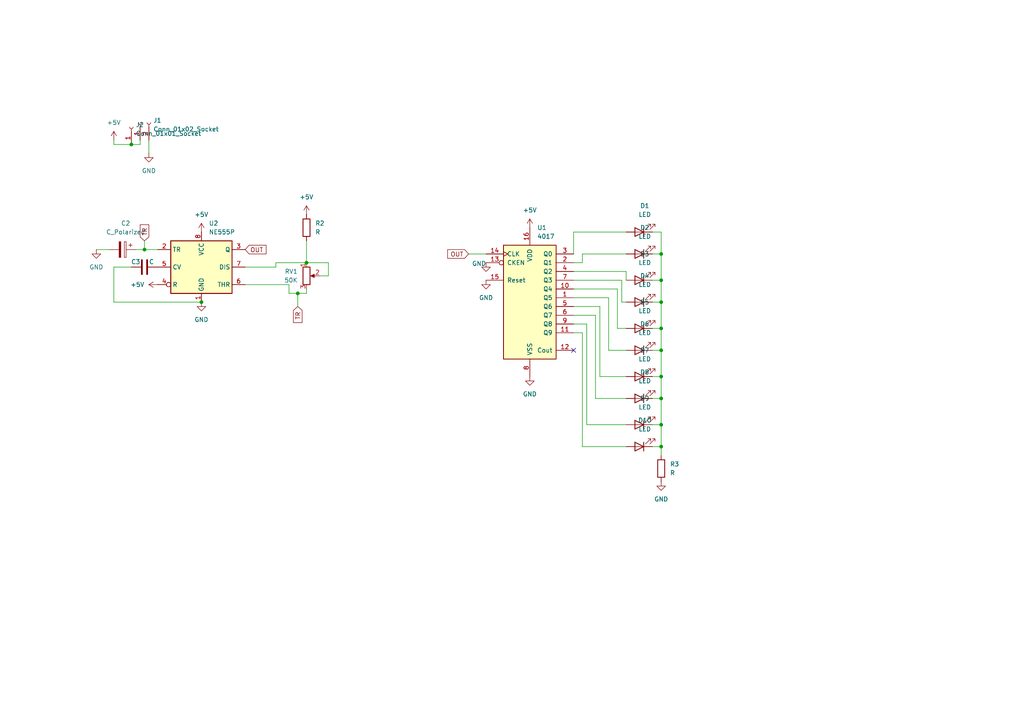
<source format=kicad_sch>
(kicad_sch
	(version 20250114)
	(generator "eeschema")
	(generator_version "9.0")
	(uuid "36384d4f-5e7d-4912-84b7-bef2be6da4dc")
	(paper "A4")
	(lib_symbols
		(symbol "4xxx:4017"
			(pin_names
				(offset 1.016)
			)
			(exclude_from_sim no)
			(in_bom yes)
			(on_board yes)
			(property "Reference" "U"
				(at -7.62 16.51 0)
				(effects
					(font
						(size 1.27 1.27)
					)
				)
			)
			(property "Value" "4017"
				(at -7.62 -19.05 0)
				(effects
					(font
						(size 1.27 1.27)
					)
				)
			)
			(property "Footprint" ""
				(at 0 0 0)
				(effects
					(font
						(size 1.27 1.27)
					)
					(hide yes)
				)
			)
			(property "Datasheet" "http://www.intersil.com/content/dam/Intersil/documents/cd40/cd4017bms-22bms.pdf"
				(at 0 0 0)
				(effects
					(font
						(size 1.27 1.27)
					)
					(hide yes)
				)
			)
			(property "Description" "Johnson Counter ( 10 outputs )"
				(at 0 0 0)
				(effects
					(font
						(size 1.27 1.27)
					)
					(hide yes)
				)
			)
			(property "ki_locked" ""
				(at 0 0 0)
				(effects
					(font
						(size 1.27 1.27)
					)
				)
			)
			(property "ki_keywords" "CNT CNT10"
				(at 0 0 0)
				(effects
					(font
						(size 1.27 1.27)
					)
					(hide yes)
				)
			)
			(property "ki_fp_filters" "DIP?16*"
				(at 0 0 0)
				(effects
					(font
						(size 1.27 1.27)
					)
					(hide yes)
				)
			)
			(symbol "4017_1_0"
				(pin input clock
					(at -12.7 12.7 0)
					(length 5.08)
					(name "CLK"
						(effects
							(font
								(size 1.27 1.27)
							)
						)
					)
					(number "14"
						(effects
							(font
								(size 1.27 1.27)
							)
						)
					)
				)
				(pin input inverted
					(at -12.7 10.16 0)
					(length 5.08)
					(name "CKEN"
						(effects
							(font
								(size 1.27 1.27)
							)
						)
					)
					(number "13"
						(effects
							(font
								(size 1.27 1.27)
							)
						)
					)
				)
				(pin input line
					(at -12.7 5.08 0)
					(length 5.08)
					(name "Reset"
						(effects
							(font
								(size 1.27 1.27)
							)
						)
					)
					(number "15"
						(effects
							(font
								(size 1.27 1.27)
							)
						)
					)
				)
				(pin power_in line
					(at 0 20.32 270)
					(length 5.08)
					(name "VDD"
						(effects
							(font
								(size 1.27 1.27)
							)
						)
					)
					(number "16"
						(effects
							(font
								(size 1.27 1.27)
							)
						)
					)
				)
				(pin power_in line
					(at 0 -22.86 90)
					(length 5.08)
					(name "VSS"
						(effects
							(font
								(size 1.27 1.27)
							)
						)
					)
					(number "8"
						(effects
							(font
								(size 1.27 1.27)
							)
						)
					)
				)
				(pin output line
					(at 12.7 12.7 180)
					(length 5.08)
					(name "Q0"
						(effects
							(font
								(size 1.27 1.27)
							)
						)
					)
					(number "3"
						(effects
							(font
								(size 1.27 1.27)
							)
						)
					)
				)
				(pin output line
					(at 12.7 10.16 180)
					(length 5.08)
					(name "Q1"
						(effects
							(font
								(size 1.27 1.27)
							)
						)
					)
					(number "2"
						(effects
							(font
								(size 1.27 1.27)
							)
						)
					)
				)
				(pin output line
					(at 12.7 7.62 180)
					(length 5.08)
					(name "Q2"
						(effects
							(font
								(size 1.27 1.27)
							)
						)
					)
					(number "4"
						(effects
							(font
								(size 1.27 1.27)
							)
						)
					)
				)
				(pin output line
					(at 12.7 5.08 180)
					(length 5.08)
					(name "Q3"
						(effects
							(font
								(size 1.27 1.27)
							)
						)
					)
					(number "7"
						(effects
							(font
								(size 1.27 1.27)
							)
						)
					)
				)
				(pin output line
					(at 12.7 2.54 180)
					(length 5.08)
					(name "Q4"
						(effects
							(font
								(size 1.27 1.27)
							)
						)
					)
					(number "10"
						(effects
							(font
								(size 1.27 1.27)
							)
						)
					)
				)
				(pin output line
					(at 12.7 0 180)
					(length 5.08)
					(name "Q5"
						(effects
							(font
								(size 1.27 1.27)
							)
						)
					)
					(number "1"
						(effects
							(font
								(size 1.27 1.27)
							)
						)
					)
				)
				(pin output line
					(at 12.7 -2.54 180)
					(length 5.08)
					(name "Q6"
						(effects
							(font
								(size 1.27 1.27)
							)
						)
					)
					(number "5"
						(effects
							(font
								(size 1.27 1.27)
							)
						)
					)
				)
				(pin output line
					(at 12.7 -5.08 180)
					(length 5.08)
					(name "Q7"
						(effects
							(font
								(size 1.27 1.27)
							)
						)
					)
					(number "6"
						(effects
							(font
								(size 1.27 1.27)
							)
						)
					)
				)
				(pin output line
					(at 12.7 -7.62 180)
					(length 5.08)
					(name "Q8"
						(effects
							(font
								(size 1.27 1.27)
							)
						)
					)
					(number "9"
						(effects
							(font
								(size 1.27 1.27)
							)
						)
					)
				)
				(pin output line
					(at 12.7 -10.16 180)
					(length 5.08)
					(name "Q9"
						(effects
							(font
								(size 1.27 1.27)
							)
						)
					)
					(number "11"
						(effects
							(font
								(size 1.27 1.27)
							)
						)
					)
				)
				(pin output line
					(at 12.7 -15.24 180)
					(length 5.08)
					(name "Cout"
						(effects
							(font
								(size 1.27 1.27)
							)
						)
					)
					(number "12"
						(effects
							(font
								(size 1.27 1.27)
							)
						)
					)
				)
			)
			(symbol "4017_1_1"
				(rectangle
					(start -7.62 15.24)
					(end 7.62 -17.78)
					(stroke
						(width 0.254)
						(type default)
					)
					(fill
						(type background)
					)
				)
			)
			(embedded_fonts no)
		)
		(symbol "Connector:Conn_01x01_Socket"
			(pin_names
				(offset 1.016)
				(hide yes)
			)
			(exclude_from_sim no)
			(in_bom yes)
			(on_board yes)
			(property "Reference" "J"
				(at 0 2.54 0)
				(effects
					(font
						(size 1.27 1.27)
					)
				)
			)
			(property "Value" "Conn_01x01_Socket"
				(at 0 -2.54 0)
				(effects
					(font
						(size 1.27 1.27)
					)
				)
			)
			(property "Footprint" ""
				(at 0 0 0)
				(effects
					(font
						(size 1.27 1.27)
					)
					(hide yes)
				)
			)
			(property "Datasheet" "~"
				(at 0 0 0)
				(effects
					(font
						(size 1.27 1.27)
					)
					(hide yes)
				)
			)
			(property "Description" "Generic connector, single row, 01x01, script generated"
				(at 0 0 0)
				(effects
					(font
						(size 1.27 1.27)
					)
					(hide yes)
				)
			)
			(property "ki_locked" ""
				(at 0 0 0)
				(effects
					(font
						(size 1.27 1.27)
					)
				)
			)
			(property "ki_keywords" "connector"
				(at 0 0 0)
				(effects
					(font
						(size 1.27 1.27)
					)
					(hide yes)
				)
			)
			(property "ki_fp_filters" "Connector*:*_1x??_*"
				(at 0 0 0)
				(effects
					(font
						(size 1.27 1.27)
					)
					(hide yes)
				)
			)
			(symbol "Conn_01x01_Socket_1_1"
				(polyline
					(pts
						(xy -1.27 0) (xy -0.508 0)
					)
					(stroke
						(width 0.1524)
						(type default)
					)
					(fill
						(type none)
					)
				)
				(arc
					(start 0 -0.508)
					(mid -0.5058 0)
					(end 0 0.508)
					(stroke
						(width 0.1524)
						(type default)
					)
					(fill
						(type none)
					)
				)
				(pin passive line
					(at -5.08 0 0)
					(length 3.81)
					(name "Pin_1"
						(effects
							(font
								(size 1.27 1.27)
							)
						)
					)
					(number "1"
						(effects
							(font
								(size 1.27 1.27)
							)
						)
					)
				)
			)
			(embedded_fonts no)
		)
		(symbol "Connector:Conn_01x02_Socket"
			(pin_names
				(offset 1.016)
				(hide yes)
			)
			(exclude_from_sim no)
			(in_bom yes)
			(on_board yes)
			(property "Reference" "J"
				(at 0 2.54 0)
				(effects
					(font
						(size 1.27 1.27)
					)
				)
			)
			(property "Value" "Conn_01x02_Socket"
				(at 0 -5.08 0)
				(effects
					(font
						(size 1.27 1.27)
					)
				)
			)
			(property "Footprint" ""
				(at 0 0 0)
				(effects
					(font
						(size 1.27 1.27)
					)
					(hide yes)
				)
			)
			(property "Datasheet" "~"
				(at 0 0 0)
				(effects
					(font
						(size 1.27 1.27)
					)
					(hide yes)
				)
			)
			(property "Description" "Generic connector, single row, 01x02, script generated"
				(at 0 0 0)
				(effects
					(font
						(size 1.27 1.27)
					)
					(hide yes)
				)
			)
			(property "ki_locked" ""
				(at 0 0 0)
				(effects
					(font
						(size 1.27 1.27)
					)
				)
			)
			(property "ki_keywords" "connector"
				(at 0 0 0)
				(effects
					(font
						(size 1.27 1.27)
					)
					(hide yes)
				)
			)
			(property "ki_fp_filters" "Connector*:*_1x??_*"
				(at 0 0 0)
				(effects
					(font
						(size 1.27 1.27)
					)
					(hide yes)
				)
			)
			(symbol "Conn_01x02_Socket_1_1"
				(polyline
					(pts
						(xy -1.27 0) (xy -0.508 0)
					)
					(stroke
						(width 0.1524)
						(type default)
					)
					(fill
						(type none)
					)
				)
				(polyline
					(pts
						(xy -1.27 -2.54) (xy -0.508 -2.54)
					)
					(stroke
						(width 0.1524)
						(type default)
					)
					(fill
						(type none)
					)
				)
				(arc
					(start 0 -0.508)
					(mid -0.5058 0)
					(end 0 0.508)
					(stroke
						(width 0.1524)
						(type default)
					)
					(fill
						(type none)
					)
				)
				(arc
					(start 0 -3.048)
					(mid -0.5058 -2.54)
					(end 0 -2.032)
					(stroke
						(width 0.1524)
						(type default)
					)
					(fill
						(type none)
					)
				)
				(pin passive line
					(at -5.08 0 0)
					(length 3.81)
					(name "Pin_1"
						(effects
							(font
								(size 1.27 1.27)
							)
						)
					)
					(number "1"
						(effects
							(font
								(size 1.27 1.27)
							)
						)
					)
				)
				(pin passive line
					(at -5.08 -2.54 0)
					(length 3.81)
					(name "Pin_2"
						(effects
							(font
								(size 1.27 1.27)
							)
						)
					)
					(number "2"
						(effects
							(font
								(size 1.27 1.27)
							)
						)
					)
				)
			)
			(embedded_fonts no)
		)
		(symbol "Device:C"
			(pin_numbers
				(hide yes)
			)
			(pin_names
				(offset 0.254)
			)
			(exclude_from_sim no)
			(in_bom yes)
			(on_board yes)
			(property "Reference" "C"
				(at 0.635 2.54 0)
				(effects
					(font
						(size 1.27 1.27)
					)
					(justify left)
				)
			)
			(property "Value" "C"
				(at 0.635 -2.54 0)
				(effects
					(font
						(size 1.27 1.27)
					)
					(justify left)
				)
			)
			(property "Footprint" ""
				(at 0.9652 -3.81 0)
				(effects
					(font
						(size 1.27 1.27)
					)
					(hide yes)
				)
			)
			(property "Datasheet" "~"
				(at 0 0 0)
				(effects
					(font
						(size 1.27 1.27)
					)
					(hide yes)
				)
			)
			(property "Description" "Unpolarized capacitor"
				(at 0 0 0)
				(effects
					(font
						(size 1.27 1.27)
					)
					(hide yes)
				)
			)
			(property "ki_keywords" "cap capacitor"
				(at 0 0 0)
				(effects
					(font
						(size 1.27 1.27)
					)
					(hide yes)
				)
			)
			(property "ki_fp_filters" "C_*"
				(at 0 0 0)
				(effects
					(font
						(size 1.27 1.27)
					)
					(hide yes)
				)
			)
			(symbol "C_0_1"
				(polyline
					(pts
						(xy -2.032 0.762) (xy 2.032 0.762)
					)
					(stroke
						(width 0.508)
						(type default)
					)
					(fill
						(type none)
					)
				)
				(polyline
					(pts
						(xy -2.032 -0.762) (xy 2.032 -0.762)
					)
					(stroke
						(width 0.508)
						(type default)
					)
					(fill
						(type none)
					)
				)
			)
			(symbol "C_1_1"
				(pin passive line
					(at 0 3.81 270)
					(length 2.794)
					(name "~"
						(effects
							(font
								(size 1.27 1.27)
							)
						)
					)
					(number "1"
						(effects
							(font
								(size 1.27 1.27)
							)
						)
					)
				)
				(pin passive line
					(at 0 -3.81 90)
					(length 2.794)
					(name "~"
						(effects
							(font
								(size 1.27 1.27)
							)
						)
					)
					(number "2"
						(effects
							(font
								(size 1.27 1.27)
							)
						)
					)
				)
			)
			(embedded_fonts no)
		)
		(symbol "Device:C_Polarized"
			(pin_numbers
				(hide yes)
			)
			(pin_names
				(offset 0.254)
			)
			(exclude_from_sim no)
			(in_bom yes)
			(on_board yes)
			(property "Reference" "C"
				(at 0.635 2.54 0)
				(effects
					(font
						(size 1.27 1.27)
					)
					(justify left)
				)
			)
			(property "Value" "C_Polarized"
				(at 0.635 -2.54 0)
				(effects
					(font
						(size 1.27 1.27)
					)
					(justify left)
				)
			)
			(property "Footprint" ""
				(at 0.9652 -3.81 0)
				(effects
					(font
						(size 1.27 1.27)
					)
					(hide yes)
				)
			)
			(property "Datasheet" "~"
				(at 0 0 0)
				(effects
					(font
						(size 1.27 1.27)
					)
					(hide yes)
				)
			)
			(property "Description" "Polarized capacitor"
				(at 0 0 0)
				(effects
					(font
						(size 1.27 1.27)
					)
					(hide yes)
				)
			)
			(property "ki_keywords" "cap capacitor"
				(at 0 0 0)
				(effects
					(font
						(size 1.27 1.27)
					)
					(hide yes)
				)
			)
			(property "ki_fp_filters" "CP_*"
				(at 0 0 0)
				(effects
					(font
						(size 1.27 1.27)
					)
					(hide yes)
				)
			)
			(symbol "C_Polarized_0_1"
				(rectangle
					(start -2.286 0.508)
					(end 2.286 1.016)
					(stroke
						(width 0)
						(type default)
					)
					(fill
						(type none)
					)
				)
				(polyline
					(pts
						(xy -1.778 2.286) (xy -0.762 2.286)
					)
					(stroke
						(width 0)
						(type default)
					)
					(fill
						(type none)
					)
				)
				(polyline
					(pts
						(xy -1.27 2.794) (xy -1.27 1.778)
					)
					(stroke
						(width 0)
						(type default)
					)
					(fill
						(type none)
					)
				)
				(rectangle
					(start 2.286 -0.508)
					(end -2.286 -1.016)
					(stroke
						(width 0)
						(type default)
					)
					(fill
						(type outline)
					)
				)
			)
			(symbol "C_Polarized_1_1"
				(pin passive line
					(at 0 3.81 270)
					(length 2.794)
					(name "~"
						(effects
							(font
								(size 1.27 1.27)
							)
						)
					)
					(number "1"
						(effects
							(font
								(size 1.27 1.27)
							)
						)
					)
				)
				(pin passive line
					(at 0 -3.81 90)
					(length 2.794)
					(name "~"
						(effects
							(font
								(size 1.27 1.27)
							)
						)
					)
					(number "2"
						(effects
							(font
								(size 1.27 1.27)
							)
						)
					)
				)
			)
			(embedded_fonts no)
		)
		(symbol "Device:LED"
			(pin_numbers
				(hide yes)
			)
			(pin_names
				(offset 1.016)
				(hide yes)
			)
			(exclude_from_sim no)
			(in_bom yes)
			(on_board yes)
			(property "Reference" "D"
				(at 0 2.54 0)
				(effects
					(font
						(size 1.27 1.27)
					)
				)
			)
			(property "Value" "LED"
				(at 0 -2.54 0)
				(effects
					(font
						(size 1.27 1.27)
					)
				)
			)
			(property "Footprint" ""
				(at 0 0 0)
				(effects
					(font
						(size 1.27 1.27)
					)
					(hide yes)
				)
			)
			(property "Datasheet" "~"
				(at 0 0 0)
				(effects
					(font
						(size 1.27 1.27)
					)
					(hide yes)
				)
			)
			(property "Description" "Light emitting diode"
				(at 0 0 0)
				(effects
					(font
						(size 1.27 1.27)
					)
					(hide yes)
				)
			)
			(property "Sim.Pins" "1=K 2=A"
				(at 0 0 0)
				(effects
					(font
						(size 1.27 1.27)
					)
					(hide yes)
				)
			)
			(property "ki_keywords" "LED diode"
				(at 0 0 0)
				(effects
					(font
						(size 1.27 1.27)
					)
					(hide yes)
				)
			)
			(property "ki_fp_filters" "LED* LED_SMD:* LED_THT:*"
				(at 0 0 0)
				(effects
					(font
						(size 1.27 1.27)
					)
					(hide yes)
				)
			)
			(symbol "LED_0_1"
				(polyline
					(pts
						(xy -3.048 -0.762) (xy -4.572 -2.286) (xy -3.81 -2.286) (xy -4.572 -2.286) (xy -4.572 -1.524)
					)
					(stroke
						(width 0)
						(type default)
					)
					(fill
						(type none)
					)
				)
				(polyline
					(pts
						(xy -1.778 -0.762) (xy -3.302 -2.286) (xy -2.54 -2.286) (xy -3.302 -2.286) (xy -3.302 -1.524)
					)
					(stroke
						(width 0)
						(type default)
					)
					(fill
						(type none)
					)
				)
				(polyline
					(pts
						(xy -1.27 0) (xy 1.27 0)
					)
					(stroke
						(width 0)
						(type default)
					)
					(fill
						(type none)
					)
				)
				(polyline
					(pts
						(xy -1.27 -1.27) (xy -1.27 1.27)
					)
					(stroke
						(width 0.254)
						(type default)
					)
					(fill
						(type none)
					)
				)
				(polyline
					(pts
						(xy 1.27 -1.27) (xy 1.27 1.27) (xy -1.27 0) (xy 1.27 -1.27)
					)
					(stroke
						(width 0.254)
						(type default)
					)
					(fill
						(type none)
					)
				)
			)
			(symbol "LED_1_1"
				(pin passive line
					(at -3.81 0 0)
					(length 2.54)
					(name "K"
						(effects
							(font
								(size 1.27 1.27)
							)
						)
					)
					(number "1"
						(effects
							(font
								(size 1.27 1.27)
							)
						)
					)
				)
				(pin passive line
					(at 3.81 0 180)
					(length 2.54)
					(name "A"
						(effects
							(font
								(size 1.27 1.27)
							)
						)
					)
					(number "2"
						(effects
							(font
								(size 1.27 1.27)
							)
						)
					)
				)
			)
			(embedded_fonts no)
		)
		(symbol "Device:R"
			(pin_numbers
				(hide yes)
			)
			(pin_names
				(offset 0)
			)
			(exclude_from_sim no)
			(in_bom yes)
			(on_board yes)
			(property "Reference" "R"
				(at 2.032 0 90)
				(effects
					(font
						(size 1.27 1.27)
					)
				)
			)
			(property "Value" "R"
				(at 0 0 90)
				(effects
					(font
						(size 1.27 1.27)
					)
				)
			)
			(property "Footprint" ""
				(at -1.778 0 90)
				(effects
					(font
						(size 1.27 1.27)
					)
					(hide yes)
				)
			)
			(property "Datasheet" "~"
				(at 0 0 0)
				(effects
					(font
						(size 1.27 1.27)
					)
					(hide yes)
				)
			)
			(property "Description" "Resistor"
				(at 0 0 0)
				(effects
					(font
						(size 1.27 1.27)
					)
					(hide yes)
				)
			)
			(property "ki_keywords" "R res resistor"
				(at 0 0 0)
				(effects
					(font
						(size 1.27 1.27)
					)
					(hide yes)
				)
			)
			(property "ki_fp_filters" "R_*"
				(at 0 0 0)
				(effects
					(font
						(size 1.27 1.27)
					)
					(hide yes)
				)
			)
			(symbol "R_0_1"
				(rectangle
					(start -1.016 -2.54)
					(end 1.016 2.54)
					(stroke
						(width 0.254)
						(type default)
					)
					(fill
						(type none)
					)
				)
			)
			(symbol "R_1_1"
				(pin passive line
					(at 0 3.81 270)
					(length 1.27)
					(name "~"
						(effects
							(font
								(size 1.27 1.27)
							)
						)
					)
					(number "1"
						(effects
							(font
								(size 1.27 1.27)
							)
						)
					)
				)
				(pin passive line
					(at 0 -3.81 90)
					(length 1.27)
					(name "~"
						(effects
							(font
								(size 1.27 1.27)
							)
						)
					)
					(number "2"
						(effects
							(font
								(size 1.27 1.27)
							)
						)
					)
				)
			)
			(embedded_fonts no)
		)
		(symbol "Device:R_Potentiometer"
			(pin_names
				(offset 1.016)
				(hide yes)
			)
			(exclude_from_sim no)
			(in_bom yes)
			(on_board yes)
			(property "Reference" "RV"
				(at -4.445 0 90)
				(effects
					(font
						(size 1.27 1.27)
					)
				)
			)
			(property "Value" "R_Potentiometer"
				(at -2.54 0 90)
				(effects
					(font
						(size 1.27 1.27)
					)
				)
			)
			(property "Footprint" ""
				(at 0 0 0)
				(effects
					(font
						(size 1.27 1.27)
					)
					(hide yes)
				)
			)
			(property "Datasheet" "~"
				(at 0 0 0)
				(effects
					(font
						(size 1.27 1.27)
					)
					(hide yes)
				)
			)
			(property "Description" "Potentiometer"
				(at 0 0 0)
				(effects
					(font
						(size 1.27 1.27)
					)
					(hide yes)
				)
			)
			(property "ki_keywords" "resistor variable"
				(at 0 0 0)
				(effects
					(font
						(size 1.27 1.27)
					)
					(hide yes)
				)
			)
			(property "ki_fp_filters" "Potentiometer*"
				(at 0 0 0)
				(effects
					(font
						(size 1.27 1.27)
					)
					(hide yes)
				)
			)
			(symbol "R_Potentiometer_0_1"
				(rectangle
					(start 1.016 2.54)
					(end -1.016 -2.54)
					(stroke
						(width 0.254)
						(type default)
					)
					(fill
						(type none)
					)
				)
				(polyline
					(pts
						(xy 1.143 0) (xy 2.286 0.508) (xy 2.286 -0.508) (xy 1.143 0)
					)
					(stroke
						(width 0)
						(type default)
					)
					(fill
						(type outline)
					)
				)
				(polyline
					(pts
						(xy 2.54 0) (xy 1.524 0)
					)
					(stroke
						(width 0)
						(type default)
					)
					(fill
						(type none)
					)
				)
			)
			(symbol "R_Potentiometer_1_1"
				(pin passive line
					(at 0 3.81 270)
					(length 1.27)
					(name "1"
						(effects
							(font
								(size 1.27 1.27)
							)
						)
					)
					(number "1"
						(effects
							(font
								(size 1.27 1.27)
							)
						)
					)
				)
				(pin passive line
					(at 0 -3.81 90)
					(length 1.27)
					(name "3"
						(effects
							(font
								(size 1.27 1.27)
							)
						)
					)
					(number "3"
						(effects
							(font
								(size 1.27 1.27)
							)
						)
					)
				)
				(pin passive line
					(at 3.81 0 180)
					(length 1.27)
					(name "2"
						(effects
							(font
								(size 1.27 1.27)
							)
						)
					)
					(number "2"
						(effects
							(font
								(size 1.27 1.27)
							)
						)
					)
				)
			)
			(embedded_fonts no)
		)
		(symbol "Timer:NE555P"
			(exclude_from_sim no)
			(in_bom yes)
			(on_board yes)
			(property "Reference" "U"
				(at -10.16 8.89 0)
				(effects
					(font
						(size 1.27 1.27)
					)
					(justify left)
				)
			)
			(property "Value" "NE555P"
				(at 2.54 8.89 0)
				(effects
					(font
						(size 1.27 1.27)
					)
					(justify left)
				)
			)
			(property "Footprint" "Package_DIP:DIP-8_W7.62mm"
				(at 16.51 -10.16 0)
				(effects
					(font
						(size 1.27 1.27)
					)
					(hide yes)
				)
			)
			(property "Datasheet" "http://www.ti.com/lit/ds/symlink/ne555.pdf"
				(at 21.59 -10.16 0)
				(effects
					(font
						(size 1.27 1.27)
					)
					(hide yes)
				)
			)
			(property "Description" "Precision Timers, 555 compatible,  PDIP-8"
				(at 0 0 0)
				(effects
					(font
						(size 1.27 1.27)
					)
					(hide yes)
				)
			)
			(property "ki_keywords" "single timer 555"
				(at 0 0 0)
				(effects
					(font
						(size 1.27 1.27)
					)
					(hide yes)
				)
			)
			(property "ki_fp_filters" "DIP*W7.62mm*"
				(at 0 0 0)
				(effects
					(font
						(size 1.27 1.27)
					)
					(hide yes)
				)
			)
			(symbol "NE555P_0_0"
				(pin power_in line
					(at 0 10.16 270)
					(length 2.54)
					(name "VCC"
						(effects
							(font
								(size 1.27 1.27)
							)
						)
					)
					(number "8"
						(effects
							(font
								(size 1.27 1.27)
							)
						)
					)
				)
				(pin power_in line
					(at 0 -10.16 90)
					(length 2.54)
					(name "GND"
						(effects
							(font
								(size 1.27 1.27)
							)
						)
					)
					(number "1"
						(effects
							(font
								(size 1.27 1.27)
							)
						)
					)
				)
			)
			(symbol "NE555P_0_1"
				(rectangle
					(start -8.89 -7.62)
					(end 8.89 7.62)
					(stroke
						(width 0.254)
						(type default)
					)
					(fill
						(type background)
					)
				)
				(rectangle
					(start -8.89 -7.62)
					(end 8.89 7.62)
					(stroke
						(width 0.254)
						(type default)
					)
					(fill
						(type background)
					)
				)
			)
			(symbol "NE555P_1_1"
				(pin input line
					(at -12.7 5.08 0)
					(length 3.81)
					(name "TR"
						(effects
							(font
								(size 1.27 1.27)
							)
						)
					)
					(number "2"
						(effects
							(font
								(size 1.27 1.27)
							)
						)
					)
				)
				(pin input line
					(at -12.7 0 0)
					(length 3.81)
					(name "CV"
						(effects
							(font
								(size 1.27 1.27)
							)
						)
					)
					(number "5"
						(effects
							(font
								(size 1.27 1.27)
							)
						)
					)
				)
				(pin input inverted
					(at -12.7 -5.08 0)
					(length 3.81)
					(name "R"
						(effects
							(font
								(size 1.27 1.27)
							)
						)
					)
					(number "4"
						(effects
							(font
								(size 1.27 1.27)
							)
						)
					)
				)
				(pin output line
					(at 12.7 5.08 180)
					(length 3.81)
					(name "Q"
						(effects
							(font
								(size 1.27 1.27)
							)
						)
					)
					(number "3"
						(effects
							(font
								(size 1.27 1.27)
							)
						)
					)
				)
				(pin input line
					(at 12.7 0 180)
					(length 3.81)
					(name "DIS"
						(effects
							(font
								(size 1.27 1.27)
							)
						)
					)
					(number "7"
						(effects
							(font
								(size 1.27 1.27)
							)
						)
					)
				)
				(pin input line
					(at 12.7 -5.08 180)
					(length 3.81)
					(name "THR"
						(effects
							(font
								(size 1.27 1.27)
							)
						)
					)
					(number "6"
						(effects
							(font
								(size 1.27 1.27)
							)
						)
					)
				)
			)
			(embedded_fonts no)
		)
		(symbol "power:+5V"
			(power)
			(pin_numbers
				(hide yes)
			)
			(pin_names
				(offset 0)
				(hide yes)
			)
			(exclude_from_sim no)
			(in_bom yes)
			(on_board yes)
			(property "Reference" "#PWR"
				(at 0 -3.81 0)
				(effects
					(font
						(size 1.27 1.27)
					)
					(hide yes)
				)
			)
			(property "Value" "+5V"
				(at 0 3.556 0)
				(effects
					(font
						(size 1.27 1.27)
					)
				)
			)
			(property "Footprint" ""
				(at 0 0 0)
				(effects
					(font
						(size 1.27 1.27)
					)
					(hide yes)
				)
			)
			(property "Datasheet" ""
				(at 0 0 0)
				(effects
					(font
						(size 1.27 1.27)
					)
					(hide yes)
				)
			)
			(property "Description" "Power symbol creates a global label with name \"+5V\""
				(at 0 0 0)
				(effects
					(font
						(size 1.27 1.27)
					)
					(hide yes)
				)
			)
			(property "ki_keywords" "global power"
				(at 0 0 0)
				(effects
					(font
						(size 1.27 1.27)
					)
					(hide yes)
				)
			)
			(symbol "+5V_0_1"
				(polyline
					(pts
						(xy -0.762 1.27) (xy 0 2.54)
					)
					(stroke
						(width 0)
						(type default)
					)
					(fill
						(type none)
					)
				)
				(polyline
					(pts
						(xy 0 2.54) (xy 0.762 1.27)
					)
					(stroke
						(width 0)
						(type default)
					)
					(fill
						(type none)
					)
				)
				(polyline
					(pts
						(xy 0 0) (xy 0 2.54)
					)
					(stroke
						(width 0)
						(type default)
					)
					(fill
						(type none)
					)
				)
			)
			(symbol "+5V_1_1"
				(pin power_in line
					(at 0 0 90)
					(length 0)
					(name "~"
						(effects
							(font
								(size 1.27 1.27)
							)
						)
					)
					(number "1"
						(effects
							(font
								(size 1.27 1.27)
							)
						)
					)
				)
			)
			(embedded_fonts no)
		)
		(symbol "power:GND"
			(power)
			(pin_numbers
				(hide yes)
			)
			(pin_names
				(offset 0)
				(hide yes)
			)
			(exclude_from_sim no)
			(in_bom yes)
			(on_board yes)
			(property "Reference" "#PWR"
				(at 0 -6.35 0)
				(effects
					(font
						(size 1.27 1.27)
					)
					(hide yes)
				)
			)
			(property "Value" "GND"
				(at 0 -3.81 0)
				(effects
					(font
						(size 1.27 1.27)
					)
				)
			)
			(property "Footprint" ""
				(at 0 0 0)
				(effects
					(font
						(size 1.27 1.27)
					)
					(hide yes)
				)
			)
			(property "Datasheet" ""
				(at 0 0 0)
				(effects
					(font
						(size 1.27 1.27)
					)
					(hide yes)
				)
			)
			(property "Description" "Power symbol creates a global label with name \"GND\" , ground"
				(at 0 0 0)
				(effects
					(font
						(size 1.27 1.27)
					)
					(hide yes)
				)
			)
			(property "ki_keywords" "global power"
				(at 0 0 0)
				(effects
					(font
						(size 1.27 1.27)
					)
					(hide yes)
				)
			)
			(symbol "GND_0_1"
				(polyline
					(pts
						(xy 0 0) (xy 0 -1.27) (xy 1.27 -1.27) (xy 0 -2.54) (xy -1.27 -1.27) (xy 0 -1.27)
					)
					(stroke
						(width 0)
						(type default)
					)
					(fill
						(type none)
					)
				)
			)
			(symbol "GND_1_1"
				(pin power_in line
					(at 0 0 270)
					(length 0)
					(name "~"
						(effects
							(font
								(size 1.27 1.27)
							)
						)
					)
					(number "1"
						(effects
							(font
								(size 1.27 1.27)
							)
						)
					)
				)
			)
			(embedded_fonts no)
		)
	)
	(junction
		(at 191.77 87.63)
		(diameter 0)
		(color 0 0 0 0)
		(uuid "16395724-5c71-49ca-974c-f3878faff1a6")
	)
	(junction
		(at 191.77 123.19)
		(diameter 0)
		(color 0 0 0 0)
		(uuid "226b35dd-45de-4c23-b28d-52a10a17e6b8")
	)
	(junction
		(at 58.42 87.63)
		(diameter 0)
		(color 0 0 0 0)
		(uuid "234672b6-6016-4042-9725-7058eef00cb9")
	)
	(junction
		(at 191.77 81.28)
		(diameter 0)
		(color 0 0 0 0)
		(uuid "296b14f6-62d9-4074-b4dd-4220438f7e49")
	)
	(junction
		(at 86.36 85.09)
		(diameter 0)
		(color 0 0 0 0)
		(uuid "49b8ebc8-7bb9-4bf3-ab2f-a1dd6d18f66c")
	)
	(junction
		(at 191.77 115.57)
		(diameter 0)
		(color 0 0 0 0)
		(uuid "5f97f44f-e594-4a5e-a2ac-e37fccf1f8d3")
	)
	(junction
		(at 191.77 95.25)
		(diameter 0)
		(color 0 0 0 0)
		(uuid "7a372a1e-ad07-4549-8522-1f59b6d2e7c2")
	)
	(junction
		(at 191.77 73.66)
		(diameter 0)
		(color 0 0 0 0)
		(uuid "88d3140b-4002-478c-91fb-f7ef4a0768e5")
	)
	(junction
		(at 191.77 101.6)
		(diameter 0)
		(color 0 0 0 0)
		(uuid "8ddc598c-3eb8-4934-b859-364249c3cbe8")
	)
	(junction
		(at 88.9 76.2)
		(diameter 0)
		(color 0 0 0 0)
		(uuid "96fe5b42-f4a8-41d0-94d1-07cb5b82e177")
	)
	(junction
		(at 191.77 129.54)
		(diameter 0)
		(color 0 0 0 0)
		(uuid "9c2f6357-107c-4f6d-bba5-aa5663656140")
	)
	(junction
		(at 191.77 109.22)
		(diameter 0)
		(color 0 0 0 0)
		(uuid "a91e471a-5d25-4eb7-87b0-01a2737d472b")
	)
	(junction
		(at 38.1 41.91)
		(diameter 0)
		(color 0 0 0 0)
		(uuid "ba1c7261-2784-4c10-bbdb-b4b96a6ade2b")
	)
	(junction
		(at 41.91 72.39)
		(diameter 0)
		(color 0 0 0 0)
		(uuid "d549ef94-74d9-4976-8d07-62f3874530ab")
	)
	(no_connect
		(at 166.37 101.6)
		(uuid "d26783b2-4b02-49da-bb13-13c12075a7f0")
	)
	(wire
		(pts
			(xy 166.37 88.9) (xy 173.99 88.9)
		)
		(stroke
			(width 0)
			(type default)
		)
		(uuid "023f8f52-6c40-4c47-925d-9dc79a6411ca")
	)
	(wire
		(pts
			(xy 191.77 115.57) (xy 191.77 123.19)
		)
		(stroke
			(width 0)
			(type default)
		)
		(uuid "026748a6-7af6-48f7-812b-7a00e4fddc9e")
	)
	(wire
		(pts
			(xy 80.01 77.47) (xy 80.01 76.2)
		)
		(stroke
			(width 0)
			(type default)
		)
		(uuid "07d69957-f886-4ac1-a836-edc9be0a0032")
	)
	(wire
		(pts
			(xy 33.02 77.47) (xy 33.02 87.63)
		)
		(stroke
			(width 0)
			(type default)
		)
		(uuid "080e345d-7d71-4e5d-be2d-30a316810751")
	)
	(wire
		(pts
			(xy 86.36 85.09) (xy 88.9 85.09)
		)
		(stroke
			(width 0)
			(type default)
		)
		(uuid "089f461a-6d91-45a9-ab71-58fd8d1e119e")
	)
	(wire
		(pts
			(xy 38.1 41.91) (xy 33.02 41.91)
		)
		(stroke
			(width 0)
			(type default)
		)
		(uuid "09b47428-b7ea-4c62-8850-4721e170b3b2")
	)
	(wire
		(pts
			(xy 191.77 101.6) (xy 189.23 101.6)
		)
		(stroke
			(width 0)
			(type default)
		)
		(uuid "09d89c3e-b306-48da-a009-3c21e1bc5861")
	)
	(wire
		(pts
			(xy 95.25 76.2) (xy 88.9 76.2)
		)
		(stroke
			(width 0)
			(type default)
		)
		(uuid "0dd0edef-c87d-42c4-be82-ee67e6b981d0")
	)
	(wire
		(pts
			(xy 168.91 129.54) (xy 181.61 129.54)
		)
		(stroke
			(width 0)
			(type default)
		)
		(uuid "0f3ec4bd-64f3-43c0-ade6-e1b1d04a8215")
	)
	(wire
		(pts
			(xy 168.91 96.52) (xy 168.91 129.54)
		)
		(stroke
			(width 0)
			(type default)
		)
		(uuid "102ec59a-52f8-412f-b5be-559168d10b6b")
	)
	(wire
		(pts
			(xy 33.02 87.63) (xy 58.42 87.63)
		)
		(stroke
			(width 0)
			(type default)
		)
		(uuid "14004c84-b8ca-4257-9d21-be6a4142dcce")
	)
	(wire
		(pts
			(xy 176.53 101.6) (xy 181.61 101.6)
		)
		(stroke
			(width 0)
			(type default)
		)
		(uuid "2055141d-04b5-49f9-b396-5a477c37bfcb")
	)
	(wire
		(pts
			(xy 80.01 76.2) (xy 88.9 76.2)
		)
		(stroke
			(width 0)
			(type default)
		)
		(uuid "220e0f54-95a1-4e81-830a-530e40263588")
	)
	(wire
		(pts
			(xy 92.71 80.01) (xy 95.25 80.01)
		)
		(stroke
			(width 0)
			(type default)
		)
		(uuid "2c4bcf94-6ff9-45d5-b6ed-c0f057dea740")
	)
	(wire
		(pts
			(xy 83.82 82.55) (xy 83.82 85.09)
		)
		(stroke
			(width 0)
			(type default)
		)
		(uuid "2c89301f-337b-4795-9f91-50f1e07d3b80")
	)
	(wire
		(pts
			(xy 166.37 86.36) (xy 176.53 86.36)
		)
		(stroke
			(width 0)
			(type default)
		)
		(uuid "2d1aede5-997d-4372-8d3b-8f746eda0b37")
	)
	(wire
		(pts
			(xy 179.07 83.82) (xy 179.07 95.25)
		)
		(stroke
			(width 0)
			(type default)
		)
		(uuid "311ba603-2385-4dba-b1c3-95652063f0cc")
	)
	(wire
		(pts
			(xy 191.77 123.19) (xy 189.23 123.19)
		)
		(stroke
			(width 0)
			(type default)
		)
		(uuid "3a18bc59-ccc7-4fc9-9b1d-af939942e7a9")
	)
	(wire
		(pts
			(xy 39.37 72.39) (xy 41.91 72.39)
		)
		(stroke
			(width 0)
			(type default)
		)
		(uuid "503c1e4f-d31e-4008-bf5e-d87f0be59337")
	)
	(wire
		(pts
			(xy 189.23 129.54) (xy 191.77 129.54)
		)
		(stroke
			(width 0)
			(type default)
		)
		(uuid "51ea3bef-0d53-4384-868d-678f605eaa57")
	)
	(wire
		(pts
			(xy 166.37 73.66) (xy 166.37 67.31)
		)
		(stroke
			(width 0)
			(type default)
		)
		(uuid "57365c45-4599-4f8f-a779-8ec9bb701f23")
	)
	(wire
		(pts
			(xy 86.36 85.09) (xy 86.36 88.9)
		)
		(stroke
			(width 0)
			(type default)
		)
		(uuid "5e9e0da2-4860-4d9e-a4bc-04bf088f89d8")
	)
	(wire
		(pts
			(xy 191.77 109.22) (xy 189.23 109.22)
		)
		(stroke
			(width 0)
			(type default)
		)
		(uuid "5ef00281-3e07-4f76-a0a0-5dd35628ca5a")
	)
	(wire
		(pts
			(xy 191.77 81.28) (xy 191.77 87.63)
		)
		(stroke
			(width 0)
			(type default)
		)
		(uuid "61065f02-cf2f-490c-9822-bb4425ae9b81")
	)
	(wire
		(pts
			(xy 170.18 123.19) (xy 181.61 123.19)
		)
		(stroke
			(width 0)
			(type default)
		)
		(uuid "6208a40f-9a8d-4375-a4f8-ac522d77dbdf")
	)
	(wire
		(pts
			(xy 173.99 88.9) (xy 173.99 109.22)
		)
		(stroke
			(width 0)
			(type default)
		)
		(uuid "6412a466-17c7-4374-9467-0dc7cc7f897a")
	)
	(wire
		(pts
			(xy 170.18 93.98) (xy 170.18 123.19)
		)
		(stroke
			(width 0)
			(type default)
		)
		(uuid "66c1b4d7-9774-4b76-8197-2478a3f22788")
	)
	(wire
		(pts
			(xy 176.53 86.36) (xy 176.53 101.6)
		)
		(stroke
			(width 0)
			(type default)
		)
		(uuid "67a4876e-ab8e-457e-b7f4-48a54a79236b")
	)
	(wire
		(pts
			(xy 83.82 85.09) (xy 86.36 85.09)
		)
		(stroke
			(width 0)
			(type default)
		)
		(uuid "6bd19439-a369-4f9e-b9de-b9b71cc3c71e")
	)
	(wire
		(pts
			(xy 40.64 40.64) (xy 40.64 41.91)
		)
		(stroke
			(width 0)
			(type default)
		)
		(uuid "6ca56c3a-1208-458e-8047-bf2b2524de94")
	)
	(wire
		(pts
			(xy 168.91 76.2) (xy 168.91 73.66)
		)
		(stroke
			(width 0)
			(type default)
		)
		(uuid "6fbfa266-344c-42d6-821f-768c048a3e29")
	)
	(wire
		(pts
			(xy 166.37 91.44) (xy 172.72 91.44)
		)
		(stroke
			(width 0)
			(type default)
		)
		(uuid "72cf977d-1d99-4f4e-adfd-5c463ee77ba3")
	)
	(wire
		(pts
			(xy 88.9 69.85) (xy 88.9 76.2)
		)
		(stroke
			(width 0)
			(type default)
		)
		(uuid "7649260f-cfcb-496b-9a07-fb9c853ef135")
	)
	(wire
		(pts
			(xy 172.72 115.57) (xy 181.61 115.57)
		)
		(stroke
			(width 0)
			(type default)
		)
		(uuid "77d55ea3-ea8b-42cf-9d6e-355809da9272")
	)
	(wire
		(pts
			(xy 71.12 77.47) (xy 80.01 77.47)
		)
		(stroke
			(width 0)
			(type default)
		)
		(uuid "7841b3ee-0ad6-4f3f-93bf-37c7b066074f")
	)
	(wire
		(pts
			(xy 43.18 40.64) (xy 43.18 44.45)
		)
		(stroke
			(width 0)
			(type default)
		)
		(uuid "7b5ae751-8682-4909-8cc3-3f686e0f34cd")
	)
	(wire
		(pts
			(xy 166.37 81.28) (xy 180.34 81.28)
		)
		(stroke
			(width 0)
			(type default)
		)
		(uuid "7b6b6b35-262b-4ad6-ac4e-d937ed771301")
	)
	(wire
		(pts
			(xy 168.91 73.66) (xy 181.61 73.66)
		)
		(stroke
			(width 0)
			(type default)
		)
		(uuid "7c89b3d9-7a7d-4289-8900-89f35db97996")
	)
	(wire
		(pts
			(xy 166.37 78.74) (xy 181.61 78.74)
		)
		(stroke
			(width 0)
			(type default)
		)
		(uuid "7fd60ca1-4a8b-4ab6-8eb5-6b9654d83a50")
	)
	(wire
		(pts
			(xy 41.91 72.39) (xy 45.72 72.39)
		)
		(stroke
			(width 0)
			(type default)
		)
		(uuid "819acf62-ca25-400f-8094-0969a31b3432")
	)
	(wire
		(pts
			(xy 166.37 83.82) (xy 179.07 83.82)
		)
		(stroke
			(width 0)
			(type default)
		)
		(uuid "85d4b7eb-9c37-4482-bc36-9df5abd033c2")
	)
	(wire
		(pts
			(xy 181.61 78.74) (xy 181.61 81.28)
		)
		(stroke
			(width 0)
			(type default)
		)
		(uuid "8940b189-748c-40a9-b681-c033733f4269")
	)
	(wire
		(pts
			(xy 172.72 91.44) (xy 172.72 115.57)
		)
		(stroke
			(width 0)
			(type default)
		)
		(uuid "908328bc-f63e-430f-b306-e29326bda2cd")
	)
	(wire
		(pts
			(xy 71.12 82.55) (xy 83.82 82.55)
		)
		(stroke
			(width 0)
			(type default)
		)
		(uuid "94d2ba75-285d-4561-843f-3b59b02f494a")
	)
	(wire
		(pts
			(xy 95.25 80.01) (xy 95.25 76.2)
		)
		(stroke
			(width 0)
			(type default)
		)
		(uuid "9ff8da21-606a-4dec-9e41-556e83150861")
	)
	(wire
		(pts
			(xy 191.77 73.66) (xy 189.23 73.66)
		)
		(stroke
			(width 0)
			(type default)
		)
		(uuid "a662b68b-af16-4659-b2e8-bb619c5bfcb8")
	)
	(wire
		(pts
			(xy 191.77 95.25) (xy 191.77 101.6)
		)
		(stroke
			(width 0)
			(type default)
		)
		(uuid "a710b2b4-1305-4c24-8da5-25457093e04c")
	)
	(wire
		(pts
			(xy 166.37 67.31) (xy 181.61 67.31)
		)
		(stroke
			(width 0)
			(type default)
		)
		(uuid "aa352ba4-b063-451b-a540-536aef47adad")
	)
	(wire
		(pts
			(xy 173.99 109.22) (xy 181.61 109.22)
		)
		(stroke
			(width 0)
			(type default)
		)
		(uuid "aab23c01-92d8-4fe2-8486-4f28684ab266")
	)
	(wire
		(pts
			(xy 191.77 87.63) (xy 189.23 87.63)
		)
		(stroke
			(width 0)
			(type default)
		)
		(uuid "aced7b68-707b-47c1-9748-452879e53577")
	)
	(wire
		(pts
			(xy 166.37 93.98) (xy 170.18 93.98)
		)
		(stroke
			(width 0)
			(type default)
		)
		(uuid "b0086f0c-f2b2-40b3-88f7-20151c4d440a")
	)
	(wire
		(pts
			(xy 33.02 41.91) (xy 33.02 40.64)
		)
		(stroke
			(width 0)
			(type default)
		)
		(uuid "b030f811-2c3d-492f-9eac-d499dea9225a")
	)
	(wire
		(pts
			(xy 180.34 81.28) (xy 180.34 87.63)
		)
		(stroke
			(width 0)
			(type default)
		)
		(uuid "b2c98bd6-32e5-4c54-b767-ea4333330d2e")
	)
	(wire
		(pts
			(xy 191.77 123.19) (xy 191.77 129.54)
		)
		(stroke
			(width 0)
			(type default)
		)
		(uuid "b98248db-fdcd-445d-ac0f-c5c49cabf12a")
	)
	(wire
		(pts
			(xy 191.77 115.57) (xy 189.23 115.57)
		)
		(stroke
			(width 0)
			(type default)
		)
		(uuid "bcfab8d3-730c-4612-82b8-4c0e09206b12")
	)
	(wire
		(pts
			(xy 191.77 101.6) (xy 191.77 109.22)
		)
		(stroke
			(width 0)
			(type default)
		)
		(uuid "beb25a0f-5921-498f-af53-4e1071f439c2")
	)
	(wire
		(pts
			(xy 191.77 67.31) (xy 191.77 73.66)
		)
		(stroke
			(width 0)
			(type default)
		)
		(uuid "bfad6870-0323-43b2-9119-39b3f4ec0aeb")
	)
	(wire
		(pts
			(xy 166.37 96.52) (xy 168.91 96.52)
		)
		(stroke
			(width 0)
			(type default)
		)
		(uuid "c3591541-dd48-4502-a6ab-68b96f3dcc4b")
	)
	(wire
		(pts
			(xy 179.07 95.25) (xy 181.61 95.25)
		)
		(stroke
			(width 0)
			(type default)
		)
		(uuid "c5f5b940-af7a-4ec2-be2f-a51288a392af")
	)
	(wire
		(pts
			(xy 189.23 67.31) (xy 191.77 67.31)
		)
		(stroke
			(width 0)
			(type default)
		)
		(uuid "c668dbaa-4524-4157-9cb3-75f296c2c2f5")
	)
	(wire
		(pts
			(xy 191.77 129.54) (xy 191.77 132.08)
		)
		(stroke
			(width 0)
			(type default)
		)
		(uuid "cce59bad-8a6e-4668-843a-d6b9dcc98ee3")
	)
	(wire
		(pts
			(xy 38.1 77.47) (xy 33.02 77.47)
		)
		(stroke
			(width 0)
			(type default)
		)
		(uuid "d390645d-f8ef-4631-bc33-340755718836")
	)
	(wire
		(pts
			(xy 191.77 87.63) (xy 191.77 95.25)
		)
		(stroke
			(width 0)
			(type default)
		)
		(uuid "d5e02113-71ef-4774-aeef-4ab407d0fbe3")
	)
	(wire
		(pts
			(xy 191.77 109.22) (xy 191.77 115.57)
		)
		(stroke
			(width 0)
			(type default)
		)
		(uuid "da1d1643-34d2-4ea7-954f-672715012355")
	)
	(wire
		(pts
			(xy 166.37 76.2) (xy 168.91 76.2)
		)
		(stroke
			(width 0)
			(type default)
		)
		(uuid "dbea6042-e69e-4623-a339-3bebab3cc733")
	)
	(wire
		(pts
			(xy 189.23 81.28) (xy 191.77 81.28)
		)
		(stroke
			(width 0)
			(type default)
		)
		(uuid "def91bd0-c7a8-4692-b658-8aa61eb125a1")
	)
	(wire
		(pts
			(xy 191.77 95.25) (xy 189.23 95.25)
		)
		(stroke
			(width 0)
			(type default)
		)
		(uuid "e36eadce-73a1-48ba-90b5-e0397f5c0a60")
	)
	(wire
		(pts
			(xy 88.9 85.09) (xy 88.9 83.82)
		)
		(stroke
			(width 0)
			(type default)
		)
		(uuid "e40b4a7d-795b-4619-aa71-f21d82fb3029")
	)
	(wire
		(pts
			(xy 135.89 73.66) (xy 140.97 73.66)
		)
		(stroke
			(width 0)
			(type default)
		)
		(uuid "ea32d35f-2304-4143-8946-f60e5d3881d3")
	)
	(wire
		(pts
			(xy 41.91 69.85) (xy 41.91 72.39)
		)
		(stroke
			(width 0)
			(type default)
		)
		(uuid "eaab8dbd-16b2-4af5-9314-7d28c2810a3b")
	)
	(wire
		(pts
			(xy 180.34 87.63) (xy 181.61 87.63)
		)
		(stroke
			(width 0)
			(type default)
		)
		(uuid "eeb0974f-c474-400c-bc8a-7dea938de474")
	)
	(wire
		(pts
			(xy 27.94 72.39) (xy 31.75 72.39)
		)
		(stroke
			(width 0)
			(type default)
		)
		(uuid "eefdf400-78b4-4c63-a506-fe96a63d9931")
	)
	(wire
		(pts
			(xy 40.64 41.91) (xy 38.1 41.91)
		)
		(stroke
			(width 0)
			(type default)
		)
		(uuid "f0dcb0d7-9742-45ec-be9d-05eadd3348ce")
	)
	(wire
		(pts
			(xy 191.77 81.28) (xy 191.77 73.66)
		)
		(stroke
			(width 0)
			(type default)
		)
		(uuid "fcfddc7d-5366-40c3-8c56-f467ce722de6")
	)
	(global_label "TR"
		(shape input)
		(at 86.36 88.9 270)
		(fields_autoplaced yes)
		(effects
			(font
				(size 1.27 1.27)
			)
			(justify right)
		)
		(uuid "2fdfa6d1-3bad-4411-8396-401d26076e6d")
		(property "Intersheetrefs" "${INTERSHEET_REFS}"
			(at 86.36 94.1228 90)
			(effects
				(font
					(size 1.27 1.27)
				)
				(justify right)
				(hide yes)
			)
		)
	)
	(global_label "OUT"
		(shape input)
		(at 135.89 73.66 180)
		(fields_autoplaced yes)
		(effects
			(font
				(size 1.27 1.27)
			)
			(justify right)
		)
		(uuid "9cfac5c9-9c0d-4d95-9983-d6de5d792f2e")
		(property "Intersheetrefs" "${INTERSHEET_REFS}"
			(at 129.2762 73.66 0)
			(effects
				(font
					(size 1.27 1.27)
				)
				(justify right)
				(hide yes)
			)
		)
	)
	(global_label "TR"
		(shape input)
		(at 41.91 69.85 90)
		(fields_autoplaced yes)
		(effects
			(font
				(size 1.27 1.27)
			)
			(justify left)
		)
		(uuid "e7132cc0-c965-4a0a-89bb-8554d1c6510b")
		(property "Intersheetrefs" "${INTERSHEET_REFS}"
			(at 41.91 64.6272 90)
			(effects
				(font
					(size 1.27 1.27)
				)
				(justify left)
				(hide yes)
			)
		)
	)
	(global_label "OUT"
		(shape input)
		(at 71.12 72.39 0)
		(fields_autoplaced yes)
		(effects
			(font
				(size 1.27 1.27)
			)
			(justify left)
		)
		(uuid "eec081fb-de31-493e-a4d0-1704c9877b74")
		(property "Intersheetrefs" "${INTERSHEET_REFS}"
			(at 77.7338 72.39 0)
			(effects
				(font
					(size 1.27 1.27)
				)
				(justify left)
				(hide yes)
			)
		)
	)
	(symbol
		(lib_id "Connector:Conn_01x02_Socket")
		(at 40.64 35.56 90)
		(unit 1)
		(exclude_from_sim no)
		(in_bom yes)
		(on_board yes)
		(dnp no)
		(fields_autoplaced yes)
		(uuid "0549a1b3-e83a-4507-a95c-e914071822e7")
		(property "Reference" "J1"
			(at 44.45 34.9249 90)
			(effects
				(font
					(size 1.27 1.27)
				)
				(justify right)
			)
		)
		(property "Value" "Conn_01x02_Socket"
			(at 44.45 37.4649 90)
			(effects
				(font
					(size 1.27 1.27)
				)
				(justify right)
			)
		)
		(property "Footprint" "Connector_PinHeader_2.54mm:PinHeader_1x02_P2.54mm_Vertical"
			(at 40.64 35.56 0)
			(effects
				(font
					(size 1.27 1.27)
				)
				(hide yes)
			)
		)
		(property "Datasheet" "~"
			(at 40.64 35.56 0)
			(effects
				(font
					(size 1.27 1.27)
				)
				(hide yes)
			)
		)
		(property "Description" "Generic connector, single row, 01x02, script generated"
			(at 40.64 35.56 0)
			(effects
				(font
					(size 1.27 1.27)
				)
				(hide yes)
			)
		)
		(pin "2"
			(uuid "1d50e422-8337-4a4f-90c9-179fb6d567dd")
		)
		(pin "1"
			(uuid "ec2a944c-ffa3-4327-8bf7-b83beb0df4a7")
		)
		(instances
			(project ""
				(path "/36384d4f-5e7d-4912-84b7-bef2be6da4dc"
					(reference "J1")
					(unit 1)
				)
			)
		)
	)
	(symbol
		(lib_id "Device:LED")
		(at 185.42 115.57 180)
		(unit 1)
		(exclude_from_sim no)
		(in_bom yes)
		(on_board yes)
		(dnp no)
		(fields_autoplaced yes)
		(uuid "08a2969a-ae87-45ab-a0ec-38324d73220f")
		(property "Reference" "D8"
			(at 187.0075 107.95 0)
			(effects
				(font
					(size 1.27 1.27)
				)
			)
		)
		(property "Value" "LED"
			(at 187.0075 110.49 0)
			(effects
				(font
					(size 1.27 1.27)
				)
			)
		)
		(property "Footprint" "LED_THT:LED_D3.0mm"
			(at 185.42 115.57 0)
			(effects
				(font
					(size 1.27 1.27)
				)
				(hide yes)
			)
		)
		(property "Datasheet" "~"
			(at 185.42 115.57 0)
			(effects
				(font
					(size 1.27 1.27)
				)
				(hide yes)
			)
		)
		(property "Description" "Light emitting diode"
			(at 185.42 115.57 0)
			(effects
				(font
					(size 1.27 1.27)
				)
				(hide yes)
			)
		)
		(property "Sim.Pins" "1=K 2=A"
			(at 185.42 115.57 0)
			(effects
				(font
					(size 1.27 1.27)
				)
				(hide yes)
			)
		)
		(pin "1"
			(uuid "fda02aa5-7d24-4e72-be6c-1c25f351823e")
		)
		(pin "2"
			(uuid "633d40a7-2953-427a-9fa7-2d5f6225d265")
		)
		(instances
			(project "Light chaser"
				(path "/36384d4f-5e7d-4912-84b7-bef2be6da4dc"
					(reference "D8")
					(unit 1)
				)
			)
		)
	)
	(symbol
		(lib_id "Device:R")
		(at 191.77 135.89 0)
		(unit 1)
		(exclude_from_sim no)
		(in_bom yes)
		(on_board yes)
		(dnp no)
		(fields_autoplaced yes)
		(uuid "14dc235e-e3a6-4360-87aa-35f29e29be58")
		(property "Reference" "R3"
			(at 194.31 134.6199 0)
			(effects
				(font
					(size 1.27 1.27)
				)
				(justify left)
			)
		)
		(property "Value" "R"
			(at 194.31 137.1599 0)
			(effects
				(font
					(size 1.27 1.27)
				)
				(justify left)
			)
		)
		(property "Footprint" "Resistor_THT:R_Axial_DIN0207_L6.3mm_D2.5mm_P7.62mm_Horizontal"
			(at 189.992 135.89 90)
			(effects
				(font
					(size 1.27 1.27)
				)
				(hide yes)
			)
		)
		(property "Datasheet" "~"
			(at 191.77 135.89 0)
			(effects
				(font
					(size 1.27 1.27)
				)
				(hide yes)
			)
		)
		(property "Description" "Resistor"
			(at 191.77 135.89 0)
			(effects
				(font
					(size 1.27 1.27)
				)
				(hide yes)
			)
		)
		(pin "1"
			(uuid "524a48a5-58ae-43e0-b7bd-b78c275a6c4f")
		)
		(pin "2"
			(uuid "0359720d-d7c6-49d7-a131-aa44bbf78b06")
		)
		(instances
			(project "Light chaser"
				(path "/36384d4f-5e7d-4912-84b7-bef2be6da4dc"
					(reference "R3")
					(unit 1)
				)
			)
		)
	)
	(symbol
		(lib_id "Device:C")
		(at 41.91 77.47 90)
		(unit 1)
		(exclude_from_sim no)
		(in_bom yes)
		(on_board yes)
		(dnp no)
		(uuid "19e63d51-ae4c-4dec-bb6c-36c7d5a2eeee")
		(property "Reference" "C3"
			(at 39.37 75.946 90)
			(effects
				(font
					(size 1.27 1.27)
				)
			)
		)
		(property "Value" "C"
			(at 43.942 75.946 90)
			(effects
				(font
					(size 1.27 1.27)
				)
			)
		)
		(property "Footprint" "Capacitor_THT:C_Disc_D7.5mm_W2.5mm_P5.00mm"
			(at 45.72 76.5048 0)
			(effects
				(font
					(size 1.27 1.27)
				)
				(hide yes)
			)
		)
		(property "Datasheet" "~"
			(at 41.91 77.47 0)
			(effects
				(font
					(size 1.27 1.27)
				)
				(hide yes)
			)
		)
		(property "Description" "Unpolarized capacitor"
			(at 41.91 77.47 0)
			(effects
				(font
					(size 1.27 1.27)
				)
				(hide yes)
			)
		)
		(pin "2"
			(uuid "395ea04d-2cd1-49a1-9eb9-05659653db4c")
		)
		(pin "1"
			(uuid "01c459d6-9ccd-428e-b65d-0642054afa36")
		)
		(instances
			(project ""
				(path "/36384d4f-5e7d-4912-84b7-bef2be6da4dc"
					(reference "C3")
					(unit 1)
				)
			)
		)
	)
	(symbol
		(lib_id "power:+5V")
		(at 88.9 62.23 0)
		(unit 1)
		(exclude_from_sim no)
		(in_bom yes)
		(on_board yes)
		(dnp no)
		(fields_autoplaced yes)
		(uuid "1fab8f0b-e01f-4578-957c-160d881ce317")
		(property "Reference" "#PWR07"
			(at 88.9 66.04 0)
			(effects
				(font
					(size 1.27 1.27)
				)
				(hide yes)
			)
		)
		(property "Value" "+5V"
			(at 88.9 57.15 0)
			(effects
				(font
					(size 1.27 1.27)
				)
			)
		)
		(property "Footprint" ""
			(at 88.9 62.23 0)
			(effects
				(font
					(size 1.27 1.27)
				)
				(hide yes)
			)
		)
		(property "Datasheet" ""
			(at 88.9 62.23 0)
			(effects
				(font
					(size 1.27 1.27)
				)
				(hide yes)
			)
		)
		(property "Description" "Power symbol creates a global label with name \"+5V\""
			(at 88.9 62.23 0)
			(effects
				(font
					(size 1.27 1.27)
				)
				(hide yes)
			)
		)
		(pin "1"
			(uuid "76beaba2-fd5b-4a1d-b038-a2188c42f61b")
		)
		(instances
			(project "Light chaser"
				(path "/36384d4f-5e7d-4912-84b7-bef2be6da4dc"
					(reference "#PWR07")
					(unit 1)
				)
			)
		)
	)
	(symbol
		(lib_id "power:GND")
		(at 43.18 44.45 0)
		(unit 1)
		(exclude_from_sim no)
		(in_bom yes)
		(on_board yes)
		(dnp no)
		(fields_autoplaced yes)
		(uuid "2f8ce39f-36dd-4153-b937-0c3bf5b1a8ee")
		(property "Reference" "#PWR02"
			(at 43.18 50.8 0)
			(effects
				(font
					(size 1.27 1.27)
				)
				(hide yes)
			)
		)
		(property "Value" "GND"
			(at 43.18 49.53 0)
			(effects
				(font
					(size 1.27 1.27)
				)
			)
		)
		(property "Footprint" ""
			(at 43.18 44.45 0)
			(effects
				(font
					(size 1.27 1.27)
				)
				(hide yes)
			)
		)
		(property "Datasheet" ""
			(at 43.18 44.45 0)
			(effects
				(font
					(size 1.27 1.27)
				)
				(hide yes)
			)
		)
		(property "Description" "Power symbol creates a global label with name \"GND\" , ground"
			(at 43.18 44.45 0)
			(effects
				(font
					(size 1.27 1.27)
				)
				(hide yes)
			)
		)
		(pin "1"
			(uuid "e32409d2-d575-4d01-8757-67d6a34c9bd6")
		)
		(instances
			(project ""
				(path "/36384d4f-5e7d-4912-84b7-bef2be6da4dc"
					(reference "#PWR02")
					(unit 1)
				)
			)
		)
	)
	(symbol
		(lib_id "Device:LED")
		(at 185.42 109.22 180)
		(unit 1)
		(exclude_from_sim no)
		(in_bom yes)
		(on_board yes)
		(dnp no)
		(fields_autoplaced yes)
		(uuid "31488ed6-b4c5-4fe3-842b-4c3bb2cae7c8")
		(property "Reference" "D7"
			(at 187.0075 101.6 0)
			(effects
				(font
					(size 1.27 1.27)
				)
			)
		)
		(property "Value" "LED"
			(at 187.0075 104.14 0)
			(effects
				(font
					(size 1.27 1.27)
				)
			)
		)
		(property "Footprint" "LED_THT:LED_D3.0mm"
			(at 185.42 109.22 0)
			(effects
				(font
					(size 1.27 1.27)
				)
				(hide yes)
			)
		)
		(property "Datasheet" "~"
			(at 185.42 109.22 0)
			(effects
				(font
					(size 1.27 1.27)
				)
				(hide yes)
			)
		)
		(property "Description" "Light emitting diode"
			(at 185.42 109.22 0)
			(effects
				(font
					(size 1.27 1.27)
				)
				(hide yes)
			)
		)
		(property "Sim.Pins" "1=K 2=A"
			(at 185.42 109.22 0)
			(effects
				(font
					(size 1.27 1.27)
				)
				(hide yes)
			)
		)
		(pin "1"
			(uuid "de71e41b-92ae-4670-b64c-a00fae6dd3f5")
		)
		(pin "2"
			(uuid "23b069a9-74ff-49e8-9eeb-5f04f114213c")
		)
		(instances
			(project "Light chaser"
				(path "/36384d4f-5e7d-4912-84b7-bef2be6da4dc"
					(reference "D7")
					(unit 1)
				)
			)
		)
	)
	(symbol
		(lib_id "Device:LED")
		(at 185.42 95.25 180)
		(unit 1)
		(exclude_from_sim no)
		(in_bom yes)
		(on_board yes)
		(dnp no)
		(fields_autoplaced yes)
		(uuid "34bd9e08-ecbd-4a7c-83c3-787d8d95d44b")
		(property "Reference" "D5"
			(at 187.0075 87.63 0)
			(effects
				(font
					(size 1.27 1.27)
				)
			)
		)
		(property "Value" "LED"
			(at 187.0075 90.17 0)
			(effects
				(font
					(size 1.27 1.27)
				)
			)
		)
		(property "Footprint" "LED_THT:LED_D3.0mm"
			(at 185.42 95.25 0)
			(effects
				(font
					(size 1.27 1.27)
				)
				(hide yes)
			)
		)
		(property "Datasheet" "~"
			(at 185.42 95.25 0)
			(effects
				(font
					(size 1.27 1.27)
				)
				(hide yes)
			)
		)
		(property "Description" "Light emitting diode"
			(at 185.42 95.25 0)
			(effects
				(font
					(size 1.27 1.27)
				)
				(hide yes)
			)
		)
		(property "Sim.Pins" "1=K 2=A"
			(at 185.42 95.25 0)
			(effects
				(font
					(size 1.27 1.27)
				)
				(hide yes)
			)
		)
		(pin "1"
			(uuid "17ac2e7c-7b5a-44c7-9c85-47845f7c228f")
		)
		(pin "2"
			(uuid "a67258d1-7774-405d-a355-ab8731b06e45")
		)
		(instances
			(project "Light chaser"
				(path "/36384d4f-5e7d-4912-84b7-bef2be6da4dc"
					(reference "D5")
					(unit 1)
				)
			)
		)
	)
	(symbol
		(lib_id "Device:LED")
		(at 185.42 87.63 180)
		(unit 1)
		(exclude_from_sim no)
		(in_bom yes)
		(on_board yes)
		(dnp no)
		(fields_autoplaced yes)
		(uuid "388b1b6f-8a33-470c-9e6b-ac099957e8a0")
		(property "Reference" "D4"
			(at 187.0075 80.01 0)
			(effects
				(font
					(size 1.27 1.27)
				)
			)
		)
		(property "Value" "LED"
			(at 187.0075 82.55 0)
			(effects
				(font
					(size 1.27 1.27)
				)
			)
		)
		(property "Footprint" "LED_THT:LED_D3.0mm"
			(at 185.42 87.63 0)
			(effects
				(font
					(size 1.27 1.27)
				)
				(hide yes)
			)
		)
		(property "Datasheet" "~"
			(at 185.42 87.63 0)
			(effects
				(font
					(size 1.27 1.27)
				)
				(hide yes)
			)
		)
		(property "Description" "Light emitting diode"
			(at 185.42 87.63 0)
			(effects
				(font
					(size 1.27 1.27)
				)
				(hide yes)
			)
		)
		(property "Sim.Pins" "1=K 2=A"
			(at 185.42 87.63 0)
			(effects
				(font
					(size 1.27 1.27)
				)
				(hide yes)
			)
		)
		(pin "1"
			(uuid "4d8f5f5e-5cf2-43ae-bb96-b4ca27c0f22c")
		)
		(pin "2"
			(uuid "81e5cab5-0a0f-494a-9992-c4e80debffae")
		)
		(instances
			(project "Light chaser"
				(path "/36384d4f-5e7d-4912-84b7-bef2be6da4dc"
					(reference "D4")
					(unit 1)
				)
			)
		)
	)
	(symbol
		(lib_id "power:+5V")
		(at 153.67 66.04 0)
		(unit 1)
		(exclude_from_sim no)
		(in_bom yes)
		(on_board yes)
		(dnp no)
		(fields_autoplaced yes)
		(uuid "432655f8-d1ec-44b4-ab40-f196ffba4c2a")
		(property "Reference" "#PWR010"
			(at 153.67 69.85 0)
			(effects
				(font
					(size 1.27 1.27)
				)
				(hide yes)
			)
		)
		(property "Value" "+5V"
			(at 153.67 60.96 0)
			(effects
				(font
					(size 1.27 1.27)
				)
			)
		)
		(property "Footprint" ""
			(at 153.67 66.04 0)
			(effects
				(font
					(size 1.27 1.27)
				)
				(hide yes)
			)
		)
		(property "Datasheet" ""
			(at 153.67 66.04 0)
			(effects
				(font
					(size 1.27 1.27)
				)
				(hide yes)
			)
		)
		(property "Description" "Power symbol creates a global label with name \"+5V\""
			(at 153.67 66.04 0)
			(effects
				(font
					(size 1.27 1.27)
				)
				(hide yes)
			)
		)
		(pin "1"
			(uuid "43818c50-6766-4025-8399-83d03273e096")
		)
		(instances
			(project ""
				(path "/36384d4f-5e7d-4912-84b7-bef2be6da4dc"
					(reference "#PWR010")
					(unit 1)
				)
			)
		)
	)
	(symbol
		(lib_id "Device:C_Polarized")
		(at 35.56 72.39 270)
		(unit 1)
		(exclude_from_sim no)
		(in_bom yes)
		(on_board yes)
		(dnp no)
		(fields_autoplaced yes)
		(uuid "665d45fa-07d5-4a5c-a718-44fc77de7f1d")
		(property "Reference" "C2"
			(at 36.449 64.77 90)
			(effects
				(font
					(size 1.27 1.27)
				)
			)
		)
		(property "Value" "C_Polarized"
			(at 36.449 67.31 90)
			(effects
				(font
					(size 1.27 1.27)
				)
			)
		)
		(property "Footprint" "Capacitor_THT:CP_Radial_D5.0mm_P2.00mm"
			(at 31.75 73.3552 0)
			(effects
				(font
					(size 1.27 1.27)
				)
				(hide yes)
			)
		)
		(property "Datasheet" "~"
			(at 35.56 72.39 0)
			(effects
				(font
					(size 1.27 1.27)
				)
				(hide yes)
			)
		)
		(property "Description" "Polarized capacitor"
			(at 35.56 72.39 0)
			(effects
				(font
					(size 1.27 1.27)
				)
				(hide yes)
			)
		)
		(pin "2"
			(uuid "124f0824-a676-477f-a670-3da779f0429f")
		)
		(pin "1"
			(uuid "7aa8131c-20fc-4fc7-bcc1-9c77049feae0")
		)
		(instances
			(project "Light chaser"
				(path "/36384d4f-5e7d-4912-84b7-bef2be6da4dc"
					(reference "C2")
					(unit 1)
				)
			)
		)
	)
	(symbol
		(lib_id "Device:LED")
		(at 185.42 67.31 180)
		(unit 1)
		(exclude_from_sim no)
		(in_bom yes)
		(on_board yes)
		(dnp no)
		(fields_autoplaced yes)
		(uuid "6fd3f97e-c4df-4611-b278-f4dec99e977f")
		(property "Reference" "D1"
			(at 187.0075 59.69 0)
			(effects
				(font
					(size 1.27 1.27)
				)
			)
		)
		(property "Value" "LED"
			(at 187.0075 62.23 0)
			(effects
				(font
					(size 1.27 1.27)
				)
			)
		)
		(property "Footprint" "LED_THT:LED_D3.0mm"
			(at 185.42 67.31 0)
			(effects
				(font
					(size 1.27 1.27)
				)
				(hide yes)
			)
		)
		(property "Datasheet" "~"
			(at 185.42 67.31 0)
			(effects
				(font
					(size 1.27 1.27)
				)
				(hide yes)
			)
		)
		(property "Description" "Light emitting diode"
			(at 185.42 67.31 0)
			(effects
				(font
					(size 1.27 1.27)
				)
				(hide yes)
			)
		)
		(property "Sim.Pins" "1=K 2=A"
			(at 185.42 67.31 0)
			(effects
				(font
					(size 1.27 1.27)
				)
				(hide yes)
			)
		)
		(pin "1"
			(uuid "ca3dce6f-e6bf-4ee5-a7be-be82d984bf68")
		)
		(pin "2"
			(uuid "3851934e-f1d2-4fb3-b337-d3b29b18bbf0")
		)
		(instances
			(project ""
				(path "/36384d4f-5e7d-4912-84b7-bef2be6da4dc"
					(reference "D1")
					(unit 1)
				)
			)
		)
	)
	(symbol
		(lib_id "power:GND")
		(at 27.94 72.39 0)
		(unit 1)
		(exclude_from_sim no)
		(in_bom yes)
		(on_board yes)
		(dnp no)
		(fields_autoplaced yes)
		(uuid "781630e6-c8bf-47ef-88d2-28c97ec678e8")
		(property "Reference" "#PWR03"
			(at 27.94 78.74 0)
			(effects
				(font
					(size 1.27 1.27)
				)
				(hide yes)
			)
		)
		(property "Value" "GND"
			(at 27.94 77.47 0)
			(effects
				(font
					(size 1.27 1.27)
				)
			)
		)
		(property "Footprint" ""
			(at 27.94 72.39 0)
			(effects
				(font
					(size 1.27 1.27)
				)
				(hide yes)
			)
		)
		(property "Datasheet" ""
			(at 27.94 72.39 0)
			(effects
				(font
					(size 1.27 1.27)
				)
				(hide yes)
			)
		)
		(property "Description" "Power symbol creates a global label with name \"GND\" , ground"
			(at 27.94 72.39 0)
			(effects
				(font
					(size 1.27 1.27)
				)
				(hide yes)
			)
		)
		(pin "1"
			(uuid "7b753a37-b5fa-462e-b331-089ddd374c58")
		)
		(instances
			(project ""
				(path "/36384d4f-5e7d-4912-84b7-bef2be6da4dc"
					(reference "#PWR03")
					(unit 1)
				)
			)
		)
	)
	(symbol
		(lib_id "power:GND")
		(at 140.97 76.2 0)
		(unit 1)
		(exclude_from_sim no)
		(in_bom yes)
		(on_board yes)
		(dnp no)
		(uuid "783b73b9-12b9-4b50-9fa5-0758aa0ed4b6")
		(property "Reference" "#PWR08"
			(at 140.97 82.55 0)
			(effects
				(font
					(size 1.27 1.27)
				)
				(hide yes)
			)
		)
		(property "Value" "GND"
			(at 138.938 76.454 0)
			(effects
				(font
					(size 1.27 1.27)
				)
			)
		)
		(property "Footprint" ""
			(at 140.97 76.2 0)
			(effects
				(font
					(size 1.27 1.27)
				)
				(hide yes)
			)
		)
		(property "Datasheet" ""
			(at 140.97 76.2 0)
			(effects
				(font
					(size 1.27 1.27)
				)
				(hide yes)
			)
		)
		(property "Description" "Power symbol creates a global label with name \"GND\" , ground"
			(at 140.97 76.2 0)
			(effects
				(font
					(size 1.27 1.27)
				)
				(hide yes)
			)
		)
		(pin "1"
			(uuid "0c5b1f7f-1fb9-48d1-b6fb-93e4242ccc3b")
		)
		(instances
			(project ""
				(path "/36384d4f-5e7d-4912-84b7-bef2be6da4dc"
					(reference "#PWR08")
					(unit 1)
				)
			)
		)
	)
	(symbol
		(lib_id "power:GND")
		(at 191.77 139.7 0)
		(unit 1)
		(exclude_from_sim no)
		(in_bom yes)
		(on_board yes)
		(dnp no)
		(fields_autoplaced yes)
		(uuid "7d43c070-c128-438f-8440-e17c67371b6e")
		(property "Reference" "#PWR012"
			(at 191.77 146.05 0)
			(effects
				(font
					(size 1.27 1.27)
				)
				(hide yes)
			)
		)
		(property "Value" "GND"
			(at 191.77 144.78 0)
			(effects
				(font
					(size 1.27 1.27)
				)
			)
		)
		(property "Footprint" ""
			(at 191.77 139.7 0)
			(effects
				(font
					(size 1.27 1.27)
				)
				(hide yes)
			)
		)
		(property "Datasheet" ""
			(at 191.77 139.7 0)
			(effects
				(font
					(size 1.27 1.27)
				)
				(hide yes)
			)
		)
		(property "Description" "Power symbol creates a global label with name \"GND\" , ground"
			(at 191.77 139.7 0)
			(effects
				(font
					(size 1.27 1.27)
				)
				(hide yes)
			)
		)
		(pin "1"
			(uuid "c2df6d13-83dc-48c7-896a-6e866f764a37")
		)
		(instances
			(project "Light chaser"
				(path "/36384d4f-5e7d-4912-84b7-bef2be6da4dc"
					(reference "#PWR012")
					(unit 1)
				)
			)
		)
	)
	(symbol
		(lib_id "Device:LED")
		(at 185.42 123.19 180)
		(unit 1)
		(exclude_from_sim no)
		(in_bom yes)
		(on_board yes)
		(dnp no)
		(fields_autoplaced yes)
		(uuid "80e1bb06-6a2e-4e33-9c6f-83561ae10168")
		(property "Reference" "D9"
			(at 187.0075 115.57 0)
			(effects
				(font
					(size 1.27 1.27)
				)
			)
		)
		(property "Value" "LED"
			(at 187.0075 118.11 0)
			(effects
				(font
					(size 1.27 1.27)
				)
			)
		)
		(property "Footprint" "LED_THT:LED_D3.0mm"
			(at 185.42 123.19 0)
			(effects
				(font
					(size 1.27 1.27)
				)
				(hide yes)
			)
		)
		(property "Datasheet" "~"
			(at 185.42 123.19 0)
			(effects
				(font
					(size 1.27 1.27)
				)
				(hide yes)
			)
		)
		(property "Description" "Light emitting diode"
			(at 185.42 123.19 0)
			(effects
				(font
					(size 1.27 1.27)
				)
				(hide yes)
			)
		)
		(property "Sim.Pins" "1=K 2=A"
			(at 185.42 123.19 0)
			(effects
				(font
					(size 1.27 1.27)
				)
				(hide yes)
			)
		)
		(pin "1"
			(uuid "1f4c96a3-b011-4062-888c-c4613fa72ce6")
		)
		(pin "2"
			(uuid "154bd7d6-b1da-483b-a0ef-5c53b92dd54e")
		)
		(instances
			(project "Light chaser"
				(path "/36384d4f-5e7d-4912-84b7-bef2be6da4dc"
					(reference "D9")
					(unit 1)
				)
			)
		)
	)
	(symbol
		(lib_id "Device:LED")
		(at 185.42 101.6 180)
		(unit 1)
		(exclude_from_sim no)
		(in_bom yes)
		(on_board yes)
		(dnp no)
		(fields_autoplaced yes)
		(uuid "8299c0c8-cd8d-4912-b9eb-360ce5dee8bc")
		(property "Reference" "D6"
			(at 187.0075 93.98 0)
			(effects
				(font
					(size 1.27 1.27)
				)
			)
		)
		(property "Value" "LED"
			(at 187.0075 96.52 0)
			(effects
				(font
					(size 1.27 1.27)
				)
			)
		)
		(property "Footprint" "LED_THT:LED_D3.0mm"
			(at 185.42 101.6 0)
			(effects
				(font
					(size 1.27 1.27)
				)
				(hide yes)
			)
		)
		(property "Datasheet" "~"
			(at 185.42 101.6 0)
			(effects
				(font
					(size 1.27 1.27)
				)
				(hide yes)
			)
		)
		(property "Description" "Light emitting diode"
			(at 185.42 101.6 0)
			(effects
				(font
					(size 1.27 1.27)
				)
				(hide yes)
			)
		)
		(property "Sim.Pins" "1=K 2=A"
			(at 185.42 101.6 0)
			(effects
				(font
					(size 1.27 1.27)
				)
				(hide yes)
			)
		)
		(pin "1"
			(uuid "a8035799-80e1-44f5-92c8-3cf184bf2644")
		)
		(pin "2"
			(uuid "ff8148a6-d9fb-4554-b864-beaf95be29ee")
		)
		(instances
			(project "Light chaser"
				(path "/36384d4f-5e7d-4912-84b7-bef2be6da4dc"
					(reference "D6")
					(unit 1)
				)
			)
		)
	)
	(symbol
		(lib_id "Timer:NE555P")
		(at 58.42 77.47 0)
		(unit 1)
		(exclude_from_sim no)
		(in_bom yes)
		(on_board yes)
		(dnp no)
		(fields_autoplaced yes)
		(uuid "87f5abc0-6ba6-4b09-9159-d1acf5f6c523")
		(property "Reference" "U2"
			(at 60.5633 64.77 0)
			(effects
				(font
					(size 1.27 1.27)
				)
				(justify left)
			)
		)
		(property "Value" "NE555P"
			(at 60.5633 67.31 0)
			(effects
				(font
					(size 1.27 1.27)
				)
				(justify left)
			)
		)
		(property "Footprint" "Package_DIP:DIP-8_W7.62mm"
			(at 74.93 87.63 0)
			(effects
				(font
					(size 1.27 1.27)
				)
				(hide yes)
			)
		)
		(property "Datasheet" "http://www.ti.com/lit/ds/symlink/ne555.pdf"
			(at 80.01 87.63 0)
			(effects
				(font
					(size 1.27 1.27)
				)
				(hide yes)
			)
		)
		(property "Description" "Precision Timers, 555 compatible,  PDIP-8"
			(at 58.42 77.47 0)
			(effects
				(font
					(size 1.27 1.27)
				)
				(hide yes)
			)
		)
		(pin "3"
			(uuid "727484d5-4092-4c9f-869e-f89d957e4444")
		)
		(pin "8"
			(uuid "c70b454d-aba7-4392-8811-493951990e29")
		)
		(pin "5"
			(uuid "fa91abc1-47c1-4e46-a4f0-fa9f2c3eeb12")
		)
		(pin "7"
			(uuid "70cb866e-3abf-4da7-ac26-f78597005456")
		)
		(pin "4"
			(uuid "deae2b84-42fe-4338-ba17-d87643d7e7d4")
		)
		(pin "6"
			(uuid "30016d1f-aaf4-41db-b5e7-273c560e8a20")
		)
		(pin "2"
			(uuid "6ae53002-52cd-45de-9a7f-cc8012e10264")
		)
		(pin "1"
			(uuid "01a7fb3b-20af-45cb-9673-a463610b450c")
		)
		(instances
			(project ""
				(path "/36384d4f-5e7d-4912-84b7-bef2be6da4dc"
					(reference "U2")
					(unit 1)
				)
			)
		)
	)
	(symbol
		(lib_id "Device:R")
		(at 88.9 66.04 0)
		(unit 1)
		(exclude_from_sim no)
		(in_bom yes)
		(on_board yes)
		(dnp no)
		(fields_autoplaced yes)
		(uuid "892d10d4-d94d-4cb8-b820-93b277b3e6c1")
		(property "Reference" "R2"
			(at 91.44 64.7699 0)
			(effects
				(font
					(size 1.27 1.27)
				)
				(justify left)
			)
		)
		(property "Value" "R"
			(at 91.44 67.3099 0)
			(effects
				(font
					(size 1.27 1.27)
				)
				(justify left)
			)
		)
		(property "Footprint" "Resistor_THT:R_Axial_DIN0207_L6.3mm_D2.5mm_P7.62mm_Horizontal"
			(at 87.122 66.04 90)
			(effects
				(font
					(size 1.27 1.27)
				)
				(hide yes)
			)
		)
		(property "Datasheet" "~"
			(at 88.9 66.04 0)
			(effects
				(font
					(size 1.27 1.27)
				)
				(hide yes)
			)
		)
		(property "Description" "Resistor"
			(at 88.9 66.04 0)
			(effects
				(font
					(size 1.27 1.27)
				)
				(hide yes)
			)
		)
		(pin "2"
			(uuid "e9d2162e-2009-4420-bee2-0d4212175214")
		)
		(pin "1"
			(uuid "4c3537c2-6b0f-4a32-95ce-b413f77a72f7")
		)
		(instances
			(project ""
				(path "/36384d4f-5e7d-4912-84b7-bef2be6da4dc"
					(reference "R2")
					(unit 1)
				)
			)
		)
	)
	(symbol
		(lib_id "power:GND")
		(at 58.42 87.63 0)
		(unit 1)
		(exclude_from_sim no)
		(in_bom yes)
		(on_board yes)
		(dnp no)
		(fields_autoplaced yes)
		(uuid "91e87f06-05f1-4b2f-833b-18e59f81a8ba")
		(property "Reference" "#PWR04"
			(at 58.42 93.98 0)
			(effects
				(font
					(size 1.27 1.27)
				)
				(hide yes)
			)
		)
		(property "Value" "GND"
			(at 58.42 92.71 0)
			(effects
				(font
					(size 1.27 1.27)
				)
			)
		)
		(property "Footprint" ""
			(at 58.42 87.63 0)
			(effects
				(font
					(size 1.27 1.27)
				)
				(hide yes)
			)
		)
		(property "Datasheet" ""
			(at 58.42 87.63 0)
			(effects
				(font
					(size 1.27 1.27)
				)
				(hide yes)
			)
		)
		(property "Description" "Power symbol creates a global label with name \"GND\" , ground"
			(at 58.42 87.63 0)
			(effects
				(font
					(size 1.27 1.27)
				)
				(hide yes)
			)
		)
		(pin "1"
			(uuid "a55a0be3-1264-4302-9bb4-e6a878d2f5c7")
		)
		(instances
			(project "Light chaser"
				(path "/36384d4f-5e7d-4912-84b7-bef2be6da4dc"
					(reference "#PWR04")
					(unit 1)
				)
			)
		)
	)
	(symbol
		(lib_id "Device:R_Potentiometer")
		(at 88.9 80.01 0)
		(unit 1)
		(exclude_from_sim no)
		(in_bom yes)
		(on_board yes)
		(dnp no)
		(fields_autoplaced yes)
		(uuid "95d0692a-457c-4673-a3e1-9313390411ce")
		(property "Reference" "RV1"
			(at 86.36 78.7399 0)
			(effects
				(font
					(size 1.27 1.27)
				)
				(justify right)
			)
		)
		(property "Value" "50K"
			(at 86.36 81.2799 0)
			(effects
				(font
					(size 1.27 1.27)
				)
				(justify right)
			)
		)
		(property "Footprint" "Potentiometer_THT:Potentiometer_Vishay_T93YA_Vertical"
			(at 88.9 80.01 0)
			(effects
				(font
					(size 1.27 1.27)
				)
				(hide yes)
			)
		)
		(property "Datasheet" "~"
			(at 88.9 80.01 0)
			(effects
				(font
					(size 1.27 1.27)
				)
				(hide yes)
			)
		)
		(property "Description" "Potentiometer"
			(at 88.9 80.01 0)
			(effects
				(font
					(size 1.27 1.27)
				)
				(hide yes)
			)
		)
		(pin "1"
			(uuid "c1ca7861-5aae-41fa-ada7-70854e5e05f4")
		)
		(pin "3"
			(uuid "b0954c0e-6169-4675-89da-bbb91045e149")
		)
		(pin "2"
			(uuid "2debbb6d-789c-408b-a3f3-9844b689be9a")
		)
		(instances
			(project ""
				(path "/36384d4f-5e7d-4912-84b7-bef2be6da4dc"
					(reference "RV1")
					(unit 1)
				)
			)
		)
	)
	(symbol
		(lib_id "power:+5V")
		(at 45.72 82.55 90)
		(unit 1)
		(exclude_from_sim no)
		(in_bom yes)
		(on_board yes)
		(dnp no)
		(fields_autoplaced yes)
		(uuid "9bd52107-a266-4ce3-bb1e-ead09434f1f7")
		(property "Reference" "#PWR05"
			(at 49.53 82.55 0)
			(effects
				(font
					(size 1.27 1.27)
				)
				(hide yes)
			)
		)
		(property "Value" "+5V"
			(at 41.91 82.5499 90)
			(effects
				(font
					(size 1.27 1.27)
				)
				(justify left)
			)
		)
		(property "Footprint" ""
			(at 45.72 82.55 0)
			(effects
				(font
					(size 1.27 1.27)
				)
				(hide yes)
			)
		)
		(property "Datasheet" ""
			(at 45.72 82.55 0)
			(effects
				(font
					(size 1.27 1.27)
				)
				(hide yes)
			)
		)
		(property "Description" "Power symbol creates a global label with name \"+5V\""
			(at 45.72 82.55 0)
			(effects
				(font
					(size 1.27 1.27)
				)
				(hide yes)
			)
		)
		(pin "1"
			(uuid "4080c55c-1b41-42c7-9a0c-9f153fc813b0")
		)
		(instances
			(project ""
				(path "/36384d4f-5e7d-4912-84b7-bef2be6da4dc"
					(reference "#PWR05")
					(unit 1)
				)
			)
		)
	)
	(symbol
		(lib_id "Connector:Conn_01x01_Socket")
		(at 38.1 36.83 90)
		(unit 1)
		(exclude_from_sim no)
		(in_bom yes)
		(on_board yes)
		(dnp no)
		(fields_autoplaced yes)
		(uuid "a12a1d30-bc98-429f-9622-8cb6b64613dd")
		(property "Reference" "J2"
			(at 39.37 36.1949 90)
			(effects
				(font
					(size 1.27 1.27)
				)
				(justify right)
			)
		)
		(property "Value" "Conn_01x01_Socket"
			(at 39.37 38.7349 90)
			(effects
				(font
					(size 1.27 1.27)
				)
				(justify right)
			)
		)
		(property "Footprint" "Connector_PinHeader_2.54mm:PinHeader_1x01_P2.54mm_Vertical"
			(at 38.1 36.83 0)
			(effects
				(font
					(size 1.27 1.27)
				)
				(hide yes)
			)
		)
		(property "Datasheet" "~"
			(at 38.1 36.83 0)
			(effects
				(font
					(size 1.27 1.27)
				)
				(hide yes)
			)
		)
		(property "Description" "Generic connector, single row, 01x01, script generated"
			(at 38.1 36.83 0)
			(effects
				(font
					(size 1.27 1.27)
				)
				(hide yes)
			)
		)
		(pin "1"
			(uuid "806930ae-8406-4256-a724-7098cf08ffc5")
		)
		(instances
			(project ""
				(path "/36384d4f-5e7d-4912-84b7-bef2be6da4dc"
					(reference "J2")
					(unit 1)
				)
			)
		)
	)
	(symbol
		(lib_id "power:+5V")
		(at 33.02 40.64 0)
		(unit 1)
		(exclude_from_sim no)
		(in_bom yes)
		(on_board yes)
		(dnp no)
		(fields_autoplaced yes)
		(uuid "a25e34a9-daaf-48af-9458-a2ca9e5d8971")
		(property "Reference" "#PWR01"
			(at 33.02 44.45 0)
			(effects
				(font
					(size 1.27 1.27)
				)
				(hide yes)
			)
		)
		(property "Value" "+5V"
			(at 33.02 35.56 0)
			(effects
				(font
					(size 1.27 1.27)
				)
			)
		)
		(property "Footprint" ""
			(at 33.02 40.64 0)
			(effects
				(font
					(size 1.27 1.27)
				)
				(hide yes)
			)
		)
		(property "Datasheet" ""
			(at 33.02 40.64 0)
			(effects
				(font
					(size 1.27 1.27)
				)
				(hide yes)
			)
		)
		(property "Description" "Power symbol creates a global label with name \"+5V\""
			(at 33.02 40.64 0)
			(effects
				(font
					(size 1.27 1.27)
				)
				(hide yes)
			)
		)
		(pin "1"
			(uuid "bca9db4d-7566-4152-94e1-e7567093aba3")
		)
		(instances
			(project ""
				(path "/36384d4f-5e7d-4912-84b7-bef2be6da4dc"
					(reference "#PWR01")
					(unit 1)
				)
			)
		)
	)
	(symbol
		(lib_id "Device:LED")
		(at 185.42 73.66 180)
		(unit 1)
		(exclude_from_sim no)
		(in_bom yes)
		(on_board yes)
		(dnp no)
		(fields_autoplaced yes)
		(uuid "a5443274-7f5d-44df-8ee9-ca2172bc70ea")
		(property "Reference" "D2"
			(at 187.0075 66.04 0)
			(effects
				(font
					(size 1.27 1.27)
				)
			)
		)
		(property "Value" "LED"
			(at 187.0075 68.58 0)
			(effects
				(font
					(size 1.27 1.27)
				)
			)
		)
		(property "Footprint" "LED_THT:LED_D3.0mm"
			(at 185.42 73.66 0)
			(effects
				(font
					(size 1.27 1.27)
				)
				(hide yes)
			)
		)
		(property "Datasheet" "~"
			(at 185.42 73.66 0)
			(effects
				(font
					(size 1.27 1.27)
				)
				(hide yes)
			)
		)
		(property "Description" "Light emitting diode"
			(at 185.42 73.66 0)
			(effects
				(font
					(size 1.27 1.27)
				)
				(hide yes)
			)
		)
		(property "Sim.Pins" "1=K 2=A"
			(at 185.42 73.66 0)
			(effects
				(font
					(size 1.27 1.27)
				)
				(hide yes)
			)
		)
		(pin "1"
			(uuid "4295980c-f083-483b-bc32-0a1bd5e9f885")
		)
		(pin "2"
			(uuid "65d80b14-3716-4c45-98a3-af40f5807210")
		)
		(instances
			(project "Light chaser"
				(path "/36384d4f-5e7d-4912-84b7-bef2be6da4dc"
					(reference "D2")
					(unit 1)
				)
			)
		)
	)
	(symbol
		(lib_id "Device:LED")
		(at 185.42 81.28 180)
		(unit 1)
		(exclude_from_sim no)
		(in_bom yes)
		(on_board yes)
		(dnp no)
		(fields_autoplaced yes)
		(uuid "adab0450-78bd-4167-9801-999d49d0bde3")
		(property "Reference" "D3"
			(at 187.0075 73.66 0)
			(effects
				(font
					(size 1.27 1.27)
				)
			)
		)
		(property "Value" "LED"
			(at 187.0075 76.2 0)
			(effects
				(font
					(size 1.27 1.27)
				)
			)
		)
		(property "Footprint" "LED_THT:LED_D3.0mm"
			(at 185.42 81.28 0)
			(effects
				(font
					(size 1.27 1.27)
				)
				(hide yes)
			)
		)
		(property "Datasheet" "~"
			(at 185.42 81.28 0)
			(effects
				(font
					(size 1.27 1.27)
				)
				(hide yes)
			)
		)
		(property "Description" "Light emitting diode"
			(at 185.42 81.28 0)
			(effects
				(font
					(size 1.27 1.27)
				)
				(hide yes)
			)
		)
		(property "Sim.Pins" "1=K 2=A"
			(at 185.42 81.28 0)
			(effects
				(font
					(size 1.27 1.27)
				)
				(hide yes)
			)
		)
		(pin "1"
			(uuid "5c2c06ab-a1ca-4e49-a406-2bbeb8fc1878")
		)
		(pin "2"
			(uuid "95ee6b6e-1088-40a8-bc9a-3cb5707c35eb")
		)
		(instances
			(project "Light chaser"
				(path "/36384d4f-5e7d-4912-84b7-bef2be6da4dc"
					(reference "D3")
					(unit 1)
				)
			)
		)
	)
	(symbol
		(lib_id "Device:LED")
		(at 185.42 129.54 180)
		(unit 1)
		(exclude_from_sim no)
		(in_bom yes)
		(on_board yes)
		(dnp no)
		(fields_autoplaced yes)
		(uuid "e2dbc714-cb74-4272-80aa-b1395880f685")
		(property "Reference" "D10"
			(at 187.0075 121.92 0)
			(effects
				(font
					(size 1.27 1.27)
				)
			)
		)
		(property "Value" "LED"
			(at 187.0075 124.46 0)
			(effects
				(font
					(size 1.27 1.27)
				)
			)
		)
		(property "Footprint" "LED_THT:LED_D3.0mm"
			(at 185.42 129.54 0)
			(effects
				(font
					(size 1.27 1.27)
				)
				(hide yes)
			)
		)
		(property "Datasheet" "~"
			(at 185.42 129.54 0)
			(effects
				(font
					(size 1.27 1.27)
				)
				(hide yes)
			)
		)
		(property "Description" "Light emitting diode"
			(at 185.42 129.54 0)
			(effects
				(font
					(size 1.27 1.27)
				)
				(hide yes)
			)
		)
		(property "Sim.Pins" "1=K 2=A"
			(at 185.42 129.54 0)
			(effects
				(font
					(size 1.27 1.27)
				)
				(hide yes)
			)
		)
		(pin "1"
			(uuid "c37b370f-3fb6-4c73-be43-4867024c9c2c")
		)
		(pin "2"
			(uuid "d00ae50d-4992-434b-b9e0-b443cf685893")
		)
		(instances
			(project "Light chaser"
				(path "/36384d4f-5e7d-4912-84b7-bef2be6da4dc"
					(reference "D10")
					(unit 1)
				)
			)
		)
	)
	(symbol
		(lib_id "power:GND")
		(at 153.67 109.22 0)
		(unit 1)
		(exclude_from_sim no)
		(in_bom yes)
		(on_board yes)
		(dnp no)
		(fields_autoplaced yes)
		(uuid "ebb6a35d-a1cf-455c-8410-300749f86c5f")
		(property "Reference" "#PWR011"
			(at 153.67 115.57 0)
			(effects
				(font
					(size 1.27 1.27)
				)
				(hide yes)
			)
		)
		(property "Value" "GND"
			(at 153.67 114.3 0)
			(effects
				(font
					(size 1.27 1.27)
				)
			)
		)
		(property "Footprint" ""
			(at 153.67 109.22 0)
			(effects
				(font
					(size 1.27 1.27)
				)
				(hide yes)
			)
		)
		(property "Datasheet" ""
			(at 153.67 109.22 0)
			(effects
				(font
					(size 1.27 1.27)
				)
				(hide yes)
			)
		)
		(property "Description" "Power symbol creates a global label with name \"GND\" , ground"
			(at 153.67 109.22 0)
			(effects
				(font
					(size 1.27 1.27)
				)
				(hide yes)
			)
		)
		(pin "1"
			(uuid "5d03a9fd-e1ba-4f95-8fd4-3371ceadf000")
		)
		(instances
			(project "Light chaser"
				(path "/36384d4f-5e7d-4912-84b7-bef2be6da4dc"
					(reference "#PWR011")
					(unit 1)
				)
			)
		)
	)
	(symbol
		(lib_id "4xxx:4017")
		(at 153.67 86.36 0)
		(unit 1)
		(exclude_from_sim no)
		(in_bom yes)
		(on_board yes)
		(dnp no)
		(fields_autoplaced yes)
		(uuid "f7bc08be-ed60-4d7e-aa13-718a736c6cbc")
		(property "Reference" "U1"
			(at 155.8133 66.04 0)
			(effects
				(font
					(size 1.27 1.27)
				)
				(justify left)
			)
		)
		(property "Value" "4017"
			(at 155.8133 68.58 0)
			(effects
				(font
					(size 1.27 1.27)
				)
				(justify left)
			)
		)
		(property "Footprint" "footprints:N16"
			(at 153.67 86.36 0)
			(effects
				(font
					(size 1.27 1.27)
				)
				(hide yes)
			)
		)
		(property "Datasheet" "http://www.intersil.com/content/dam/Intersil/documents/cd40/cd4017bms-22bms.pdf"
			(at 153.67 86.36 0)
			(effects
				(font
					(size 1.27 1.27)
				)
				(hide yes)
			)
		)
		(property "Description" "Johnson Counter ( 10 outputs )"
			(at 153.67 86.36 0)
			(effects
				(font
					(size 1.27 1.27)
				)
				(hide yes)
			)
		)
		(pin "10"
			(uuid "c8f30984-5d51-4b0a-a4ce-8c3e3a533849")
		)
		(pin "13"
			(uuid "c0b69c0e-d2c4-4443-9a5c-dca218f84df6")
		)
		(pin "7"
			(uuid "9ff73f46-3de6-448c-8af0-dd1c8389464e")
		)
		(pin "4"
			(uuid "084844b6-4dcc-4077-b1d6-e65c7c6ed660")
		)
		(pin "5"
			(uuid "788f824c-3a3b-488e-a1b7-aad4a0bcf3f5")
		)
		(pin "11"
			(uuid "a646f346-3bcf-46c0-bb18-5f08fdcccc43")
		)
		(pin "8"
			(uuid "cdbbb1f7-b04e-420a-b201-02b0ede11836")
		)
		(pin "3"
			(uuid "f8b9b272-3c1f-40b5-af06-a1707fa7a935")
		)
		(pin "9"
			(uuid "abbd9f4b-7bc5-4eee-9984-476df6793e42")
		)
		(pin "15"
			(uuid "efdc758b-254b-48d6-87d8-efb6e7633c3a")
		)
		(pin "6"
			(uuid "8fcfeede-0c05-4ecd-bca7-f2fefaa8e45f")
		)
		(pin "14"
			(uuid "6b2d6e8e-1cac-4e48-b081-192e82058de0")
		)
		(pin "12"
			(uuid "d505e6fd-3cf5-4273-b620-cc7cab52952b")
		)
		(pin "1"
			(uuid "db9b8e3a-8f8e-4d47-b69e-6f53db66f6b2")
		)
		(pin "2"
			(uuid "3e1f93fd-425a-4222-b82e-74211666534a")
		)
		(pin "16"
			(uuid "ae45e3fe-b9fd-42fd-bda3-20ea34b7a8e4")
		)
		(instances
			(project ""
				(path "/36384d4f-5e7d-4912-84b7-bef2be6da4dc"
					(reference "U1")
					(unit 1)
				)
			)
		)
	)
	(symbol
		(lib_id "power:GND")
		(at 140.97 81.28 0)
		(unit 1)
		(exclude_from_sim no)
		(in_bom yes)
		(on_board yes)
		(dnp no)
		(fields_autoplaced yes)
		(uuid "faa515a0-4003-490f-8aaa-e7f6fb4aa5c0")
		(property "Reference" "#PWR09"
			(at 140.97 87.63 0)
			(effects
				(font
					(size 1.27 1.27)
				)
				(hide yes)
			)
		)
		(property "Value" "GND"
			(at 140.97 86.36 0)
			(effects
				(font
					(size 1.27 1.27)
				)
			)
		)
		(property "Footprint" ""
			(at 140.97 81.28 0)
			(effects
				(font
					(size 1.27 1.27)
				)
				(hide yes)
			)
		)
		(property "Datasheet" ""
			(at 140.97 81.28 0)
			(effects
				(font
					(size 1.27 1.27)
				)
				(hide yes)
			)
		)
		(property "Description" "Power symbol creates a global label with name \"GND\" , ground"
			(at 140.97 81.28 0)
			(effects
				(font
					(size 1.27 1.27)
				)
				(hide yes)
			)
		)
		(pin "1"
			(uuid "a21ef583-bc4b-4af4-826c-e109c86e5039")
		)
		(instances
			(project "Light chaser"
				(path "/36384d4f-5e7d-4912-84b7-bef2be6da4dc"
					(reference "#PWR09")
					(unit 1)
				)
			)
		)
	)
	(symbol
		(lib_id "power:+5V")
		(at 58.42 67.31 0)
		(unit 1)
		(exclude_from_sim no)
		(in_bom yes)
		(on_board yes)
		(dnp no)
		(fields_autoplaced yes)
		(uuid "fb37cd09-6ddb-4b12-b6a2-0fa75ab74d6a")
		(property "Reference" "#PWR06"
			(at 58.42 71.12 0)
			(effects
				(font
					(size 1.27 1.27)
				)
				(hide yes)
			)
		)
		(property "Value" "+5V"
			(at 58.42 62.23 0)
			(effects
				(font
					(size 1.27 1.27)
				)
			)
		)
		(property "Footprint" ""
			(at 58.42 67.31 0)
			(effects
				(font
					(size 1.27 1.27)
				)
				(hide yes)
			)
		)
		(property "Datasheet" ""
			(at 58.42 67.31 0)
			(effects
				(font
					(size 1.27 1.27)
				)
				(hide yes)
			)
		)
		(property "Description" "Power symbol creates a global label with name \"+5V\""
			(at 58.42 67.31 0)
			(effects
				(font
					(size 1.27 1.27)
				)
				(hide yes)
			)
		)
		(pin "1"
			(uuid "448da2be-f5b5-48a8-abc4-a58e1c957f6a")
		)
		(instances
			(project "Light chaser"
				(path "/36384d4f-5e7d-4912-84b7-bef2be6da4dc"
					(reference "#PWR06")
					(unit 1)
				)
			)
		)
	)
	(sheet_instances
		(path "/"
			(page "1")
		)
	)
	(embedded_fonts no)
)

</source>
